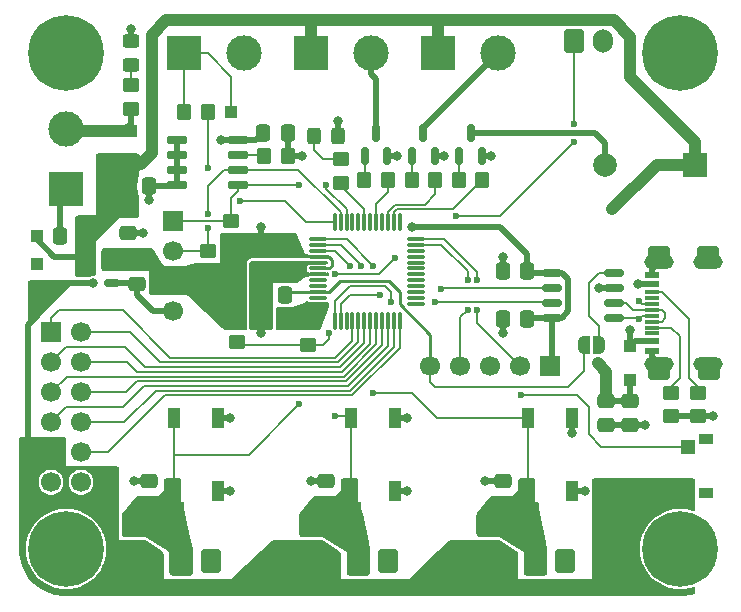
<source format=gbr>
%TF.GenerationSoftware,KiCad,Pcbnew,9.0.2*%
%TF.CreationDate,2025-06-25T14:56:52+02:00*%
%TF.ProjectId,Filament dryer oven control board,46696c61-6d65-46e7-9420-647279657220,1.0*%
%TF.SameCoordinates,Original*%
%TF.FileFunction,Copper,L1,Top*%
%TF.FilePolarity,Positive*%
%FSLAX46Y46*%
G04 Gerber Fmt 4.6, Leading zero omitted, Abs format (unit mm)*
G04 Created by KiCad (PCBNEW 9.0.2) date 2025-06-25 14:56:52*
%MOMM*%
%LPD*%
G01*
G04 APERTURE LIST*
G04 Aperture macros list*
%AMRoundRect*
0 Rectangle with rounded corners*
0 $1 Rounding radius*
0 $2 $3 $4 $5 $6 $7 $8 $9 X,Y pos of 4 corners*
0 Add a 4 corners polygon primitive as box body*
4,1,4,$2,$3,$4,$5,$6,$7,$8,$9,$2,$3,0*
0 Add four circle primitives for the rounded corners*
1,1,$1+$1,$2,$3*
1,1,$1+$1,$4,$5*
1,1,$1+$1,$6,$7*
1,1,$1+$1,$8,$9*
0 Add four rect primitives between the rounded corners*
20,1,$1+$1,$2,$3,$4,$5,0*
20,1,$1+$1,$4,$5,$6,$7,0*
20,1,$1+$1,$6,$7,$8,$9,0*
20,1,$1+$1,$8,$9,$2,$3,0*%
%AMFreePoly0*
4,1,23,0.500000,-0.750000,0.000000,-0.750000,0.000000,-0.745722,-0.065263,-0.745722,-0.191342,-0.711940,-0.304381,-0.646677,-0.396677,-0.554381,-0.461940,-0.441342,-0.495722,-0.315263,-0.495722,-0.250000,-0.500000,-0.250000,-0.500000,0.250000,-0.495722,0.250000,-0.495722,0.315263,-0.461940,0.441342,-0.396677,0.554381,-0.304381,0.646677,-0.191342,0.711940,-0.065263,0.745722,0.000000,0.745722,
0.000000,0.750000,0.500000,0.750000,0.500000,-0.750000,0.500000,-0.750000,$1*%
%AMFreePoly1*
4,1,23,0.000000,0.745722,0.065263,0.745722,0.191342,0.711940,0.304381,0.646677,0.396677,0.554381,0.461940,0.441342,0.495722,0.315263,0.495722,0.250000,0.500000,0.250000,0.500000,-0.250000,0.495722,-0.250000,0.495722,-0.315263,0.461940,-0.441342,0.396677,-0.554381,0.304381,-0.646677,0.191342,-0.711940,0.065263,-0.745722,0.000000,-0.745722,0.000000,-0.750000,-0.500000,-0.750000,
-0.500000,0.750000,0.000000,0.750000,0.000000,0.745722,0.000000,0.745722,$1*%
G04 Aperture macros list end*
%TA.AperFunction,SMDPad,CuDef*%
%ADD10R,1.150000X0.600000*%
%TD*%
%TA.AperFunction,SMDPad,CuDef*%
%ADD11R,1.150000X0.300000*%
%TD*%
%TA.AperFunction,SMDPad,CuDef*%
%ADD12RoundRect,0.250000X0.687500X0.250000X-0.687500X0.250000X-0.687500X-0.250000X0.687500X-0.250000X0*%
%TD*%
%TA.AperFunction,ComponentPad*%
%ADD13O,2.500000X1.250000*%
%TD*%
%TA.AperFunction,ComponentPad*%
%ADD14C,0.800000*%
%TD*%
%TA.AperFunction,ComponentPad*%
%ADD15C,6.400000*%
%TD*%
%TA.AperFunction,SMDPad,CuDef*%
%ADD16RoundRect,0.250000X0.337500X0.475000X-0.337500X0.475000X-0.337500X-0.475000X0.337500X-0.475000X0*%
%TD*%
%TA.AperFunction,SMDPad,CuDef*%
%ADD17RoundRect,0.250000X-0.450000X0.350000X-0.450000X-0.350000X0.450000X-0.350000X0.450000X0.350000X0*%
%TD*%
%TA.AperFunction,ComponentPad*%
%ADD18R,1.000000X1.000000*%
%TD*%
%TA.AperFunction,ComponentPad*%
%ADD19R,1.700000X1.700000*%
%TD*%
%TA.AperFunction,ComponentPad*%
%ADD20C,1.700000*%
%TD*%
%TA.AperFunction,SMDPad,CuDef*%
%ADD21R,1.300000X1.200000*%
%TD*%
%TA.AperFunction,SMDPad,CuDef*%
%ADD22R,1.200000X0.900000*%
%TD*%
%TA.AperFunction,SMDPad,CuDef*%
%ADD23RoundRect,0.150000X0.150000X-0.587500X0.150000X0.587500X-0.150000X0.587500X-0.150000X-0.587500X0*%
%TD*%
%TA.AperFunction,SMDPad,CuDef*%
%ADD24RoundRect,0.250000X0.300000X-0.300000X0.300000X0.300000X-0.300000X0.300000X-0.300000X-0.300000X0*%
%TD*%
%TA.AperFunction,SMDPad,CuDef*%
%ADD25RoundRect,0.250000X0.450000X-0.350000X0.450000X0.350000X-0.450000X0.350000X-0.450000X-0.350000X0*%
%TD*%
%TA.AperFunction,SMDPad,CuDef*%
%ADD26RoundRect,0.150000X0.512500X0.150000X-0.512500X0.150000X-0.512500X-0.150000X0.512500X-0.150000X0*%
%TD*%
%TA.AperFunction,ComponentPad*%
%ADD27R,3.000000X3.000000*%
%TD*%
%TA.AperFunction,ComponentPad*%
%ADD28C,3.000000*%
%TD*%
%TA.AperFunction,SMDPad,CuDef*%
%ADD29RoundRect,0.250000X0.325000X0.450000X-0.325000X0.450000X-0.325000X-0.450000X0.325000X-0.450000X0*%
%TD*%
%TA.AperFunction,ComponentPad*%
%ADD30R,2.000000X2.000000*%
%TD*%
%TA.AperFunction,ComponentPad*%
%ADD31C,2.000000*%
%TD*%
%TA.AperFunction,SMDPad,CuDef*%
%ADD32RoundRect,0.250000X-0.475000X0.337500X-0.475000X-0.337500X0.475000X-0.337500X0.475000X0.337500X0*%
%TD*%
%TA.AperFunction,SMDPad,CuDef*%
%ADD33RoundRect,0.250000X0.350000X0.450000X-0.350000X0.450000X-0.350000X-0.450000X0.350000X-0.450000X0*%
%TD*%
%TA.AperFunction,SMDPad,CuDef*%
%ADD34R,1.100000X1.800000*%
%TD*%
%TA.AperFunction,SMDPad,CuDef*%
%ADD35RoundRect,0.250000X-0.337500X-0.475000X0.337500X-0.475000X0.337500X0.475000X-0.337500X0.475000X0*%
%TD*%
%TA.AperFunction,ComponentPad*%
%ADD36RoundRect,0.250000X0.600000X0.750000X-0.600000X0.750000X-0.600000X-0.750000X0.600000X-0.750000X0*%
%TD*%
%TA.AperFunction,ComponentPad*%
%ADD37O,1.700000X2.000000*%
%TD*%
%TA.AperFunction,SMDPad,CuDef*%
%ADD38RoundRect,0.250000X-0.450000X0.325000X-0.450000X-0.325000X0.450000X-0.325000X0.450000X0.325000X0*%
%TD*%
%TA.AperFunction,ComponentPad*%
%ADD39RoundRect,0.250000X-0.600000X-0.750000X0.600000X-0.750000X0.600000X0.750000X-0.600000X0.750000X0*%
%TD*%
%TA.AperFunction,SMDPad,CuDef*%
%ADD40RoundRect,0.250000X-0.350000X-0.450000X0.350000X-0.450000X0.350000X0.450000X-0.350000X0.450000X0*%
%TD*%
%TA.AperFunction,SMDPad,CuDef*%
%ADD41RoundRect,0.250000X0.475000X-0.337500X0.475000X0.337500X-0.475000X0.337500X-0.475000X-0.337500X0*%
%TD*%
%TA.AperFunction,SMDPad,CuDef*%
%ADD42RoundRect,0.150000X0.675000X0.150000X-0.675000X0.150000X-0.675000X-0.150000X0.675000X-0.150000X0*%
%TD*%
%TA.AperFunction,SMDPad,CuDef*%
%ADD43RoundRect,0.150000X-0.725000X-0.150000X0.725000X-0.150000X0.725000X0.150000X-0.725000X0.150000X0*%
%TD*%
%TA.AperFunction,SMDPad,CuDef*%
%ADD44RoundRect,0.075000X-0.662500X-0.075000X0.662500X-0.075000X0.662500X0.075000X-0.662500X0.075000X0*%
%TD*%
%TA.AperFunction,SMDPad,CuDef*%
%ADD45RoundRect,0.075000X-0.075000X-0.662500X0.075000X-0.662500X0.075000X0.662500X-0.075000X0.662500X0*%
%TD*%
%TA.AperFunction,SMDPad,CuDef*%
%ADD46FreePoly0,0.000000*%
%TD*%
%TA.AperFunction,SMDPad,CuDef*%
%ADD47FreePoly1,0.000000*%
%TD*%
%TA.AperFunction,ViaPad*%
%ADD48C,0.800000*%
%TD*%
%TA.AperFunction,ViaPad*%
%ADD49C,0.600000*%
%TD*%
%TA.AperFunction,Conductor*%
%ADD50C,0.500000*%
%TD*%
%TA.AperFunction,Conductor*%
%ADD51C,1.000000*%
%TD*%
%TA.AperFunction,Conductor*%
%ADD52C,0.250000*%
%TD*%
%TA.AperFunction,Conductor*%
%ADD53C,0.200000*%
%TD*%
G04 APERTURE END LIST*
D10*
%TO.P,J1,1,GND_1*%
%TO.N,GND*%
X153632500Y-79200000D03*
%TO.P,J1,2,VBUS*%
%TO.N,/VBUS*%
X153632500Y-78400000D03*
D11*
%TO.P,J1,3,SBU2*%
%TO.N,unconnected-(J1-SBU2-Pad3)*%
X153632500Y-77750000D03*
%TO.P,J1,4,CC1*%
%TO.N,/CC1*%
X153632500Y-77250000D03*
%TO.P,J1,5,DN2*%
%TO.N,/D-*%
X153632500Y-76750000D03*
%TO.P,J1,6,DP1*%
%TO.N,/D+*%
X153632500Y-76250000D03*
%TO.P,J1,7,DN1*%
%TO.N,/D-*%
X153632500Y-75750000D03*
%TO.P,J1,8,DP2*%
%TO.N,/D+*%
X153632500Y-75250000D03*
%TO.P,J1,9,SBU1*%
%TO.N,unconnected-(J1-SBU1-Pad9)*%
X153632500Y-74750000D03*
%TO.P,J1,10,CC2*%
%TO.N,/CC2*%
X153632500Y-74250000D03*
D10*
%TO.P,J1,11,VBUS*%
%TO.N,/VBUS*%
X153632500Y-73600000D03*
%TO.P,J1,12,GND_2*%
%TO.N,GND*%
X153632500Y-72800000D03*
D12*
%TO.P,J1,13,SHIELD*%
X154187500Y-81150000D03*
X158437500Y-81150000D03*
D13*
X154207500Y-80320000D03*
X158387500Y-80320000D03*
X154207500Y-71680000D03*
X158387500Y-71680000D03*
D12*
X154237500Y-70850000D03*
X158387500Y-70850000D03*
%TD*%
D14*
%TO.P,H2,1*%
%TO.N,N/C*%
X153600000Y-54000000D03*
X154302944Y-52302944D03*
X154302944Y-55697056D03*
X156000000Y-51600000D03*
D15*
X156000000Y-54000000D03*
D14*
X156000000Y-56400000D03*
X157697056Y-52302944D03*
X157697056Y-55697056D03*
X158400000Y-54000000D03*
%TD*%
D16*
%TO.P,C8,1*%
%TO.N,+5V*%
X105537500Y-69500000D03*
%TO.P,C8,2*%
%TO.N,GND*%
X103462500Y-69500000D03*
%TD*%
D17*
%TO.P,R14,1*%
%TO.N,+3V3*%
X118500000Y-76500000D03*
%TO.P,R14,2*%
%TO.N,Net-(J11-Pin_1)*%
X118500000Y-78500000D03*
%TD*%
D18*
%TO.P,TP1,1,1*%
%TO.N,/HEATER_CONN*%
X118000000Y-59000000D03*
%TD*%
D17*
%TO.P,R13,1*%
%TO.N,/NTC*%
X124500000Y-76750000D03*
%TO.P,R13,2*%
%TO.N,Net-(J11-Pin_1)*%
X124500000Y-78750000D03*
%TD*%
D19*
%TO.P,J2,1,Pin_1*%
%TO.N,+3V3*%
X145000000Y-80500000D03*
D20*
%TO.P,J2,2,Pin_2*%
%TO.N,/SWCLK{slash}BOOT0*%
X142460000Y-80500000D03*
%TO.P,J2,3,Pin_3*%
%TO.N,GND*%
X139920000Y-80500000D03*
%TO.P,J2,4,Pin_4*%
%TO.N,/SWDIO*%
X137380000Y-80500000D03*
%TO.P,J2,5,Pin_5*%
%TO.N,/NRST*%
X134840000Y-80500000D03*
%TD*%
D14*
%TO.P,H3,1*%
%TO.N,N/C*%
X153600000Y-96000000D03*
X154302944Y-94302944D03*
X154302944Y-97697056D03*
X156000000Y-93600000D03*
D15*
X156000000Y-96000000D03*
D14*
X156000000Y-98400000D03*
X157697056Y-94302944D03*
X157697056Y-97697056D03*
X158400000Y-96000000D03*
%TD*%
D21*
%TO.P,SW1,1,1*%
%TO.N,/SWCLK{slash}BOOT0*%
X156656500Y-87325000D03*
%TO.P,SW1,2,2*%
%TO.N,+3V3*%
X156656500Y-90675000D03*
D22*
%TO.P,SW1,3*%
%TO.N,N/C*%
X158206500Y-86700000D03*
%TO.P,SW1,4*%
X158206500Y-91300000D03*
%TD*%
D16*
%TO.P,C7,1*%
%TO.N,+3V3*%
X143037500Y-76500000D03*
%TO.P,C7,2*%
%TO.N,GND*%
X140962500Y-76500000D03*
%TD*%
D23*
%TO.P,Q3,1,G*%
%TO.N,/G3*%
X133300000Y-62687500D03*
%TO.P,Q3,2,S*%
%TO.N,GND*%
X135200000Y-62687500D03*
%TO.P,Q3,3,D*%
%TO.N,/LED_HEATER_DRAIN*%
X134250000Y-60812500D03*
%TD*%
D24*
%TO.P,D3,1,K*%
%TO.N,+5V*%
X109500000Y-63400000D03*
%TO.P,D3,2,A*%
%TO.N,/PW+*%
X109500000Y-60600000D03*
%TD*%
D25*
%TO.P,R11,1*%
%TO.N,+3V3*%
X124750000Y-96000000D03*
%TO.P,R11,2*%
%TO.N,/BUTTON2*%
X124750000Y-94000000D03*
%TD*%
%TO.P,R16,1*%
%TO.N,/PW+*%
X109500000Y-58750000D03*
%TO.P,R16,2*%
%TO.N,Net-(D4-A)*%
X109500000Y-56750000D03*
%TD*%
D26*
%TO.P,U3,1,GND*%
%TO.N,GND*%
X107887500Y-73450000D03*
%TO.P,U3,2,VO*%
%TO.N,+3V3*%
X107887500Y-71550000D03*
%TO.P,U3,3,VI*%
%TO.N,+5V*%
X105612500Y-72500000D03*
%TD*%
D17*
%TO.P,R2,1*%
%TO.N,/CC2*%
X157500000Y-82750000D03*
%TO.P,R2,2*%
%TO.N,GND*%
X157500000Y-84750000D03*
%TD*%
D19*
%TO.P,J10,1,Pin_1*%
%TO.N,/AUX_SPI_SCK*%
X102725000Y-77650000D03*
D20*
%TO.P,J10,2,Pin_2*%
%TO.N,/AUX_SPI_MISO*%
X105265000Y-77650000D03*
%TO.P,J10,3,Pin_3*%
%TO.N,/AUX_SPI_MOSI*%
X102725000Y-80190000D03*
%TO.P,J10,4,Pin_4*%
%TO.N,/AUX_0*%
X105265000Y-80190000D03*
%TO.P,J10,5,Pin_5*%
%TO.N,/AUX_1*%
X102725000Y-82730000D03*
%TO.P,J10,6,Pin_6*%
%TO.N,/AUX_2*%
X105265000Y-82730000D03*
%TO.P,J10,7,Pin_7*%
%TO.N,/AUX_10*%
X102725000Y-85270000D03*
%TO.P,J10,8,Pin_8*%
%TO.N,/AUX_11*%
X105265000Y-85270000D03*
%TO.P,J10,9,Pin_9*%
%TO.N,+3V3*%
X102725000Y-87810000D03*
%TO.P,J10,10,Pin_10*%
%TO.N,/AUX_12*%
X105265000Y-87810000D03*
%TO.P,J10,11,Pin_11*%
%TO.N,GND*%
X102725000Y-90350000D03*
%TO.P,J10,12,Pin_12*%
X105265000Y-90350000D03*
%TD*%
D16*
%TO.P,C1,1*%
%TO.N,/NRST*%
X122537500Y-74500000D03*
%TO.P,C1,2*%
%TO.N,GND*%
X120462500Y-74500000D03*
%TD*%
D14*
%TO.P,H4,1*%
%TO.N,N/C*%
X101600000Y-96000000D03*
X102302944Y-94302944D03*
X102302944Y-97697056D03*
X104000000Y-93600000D03*
D15*
X104000000Y-96000000D03*
D14*
X104000000Y-98400000D03*
X105697056Y-94302944D03*
X105697056Y-97697056D03*
X106400000Y-96000000D03*
%TD*%
%TO.P,H1,1*%
%TO.N,N/C*%
X101600000Y-54000000D03*
X102302944Y-52302944D03*
X102302944Y-55697056D03*
X104000000Y-51600000D03*
D15*
X104000000Y-54000000D03*
D14*
X104000000Y-56400000D03*
X105697056Y-52302944D03*
X105697056Y-55697056D03*
X106400000Y-54000000D03*
%TD*%
D27*
%TO.P,J5,1,Pin_1*%
%TO.N,+5V*%
X124750000Y-54000000D03*
D28*
%TO.P,J5,2,Pin_2*%
%TO.N,/LED_LIGHT_DRAIN*%
X129830000Y-54000000D03*
%TD*%
D29*
%TO.P,D1,1,K*%
%TO.N,GND*%
X127025000Y-61000000D03*
%TO.P,D1,2,A*%
%TO.N,Net-(D1-A)*%
X124975000Y-61000000D03*
%TD*%
D19*
%TO.P,U5,1,SDA*%
%TO.N,/I2C_SDA*%
X113025000Y-68200000D03*
D20*
%TO.P,U5,2,SCL*%
%TO.N,/I2C_SCL*%
X113025000Y-70740000D03*
%TO.P,U5,3,VCC*%
%TO.N,+3V3*%
X113025000Y-73280000D03*
%TO.P,U5,4,GND*%
%TO.N,GND*%
X113025000Y-75820000D03*
%TD*%
D18*
%TO.P,TP3,1,1*%
%TO.N,+5V*%
X101500000Y-69500000D03*
%TD*%
D30*
%TO.P,BZ1,1,+*%
%TO.N,+5V*%
X157250000Y-63500000D03*
D31*
%TO.P,BZ1,2,-*%
%TO.N,/BUZZER_DRAIN*%
X149650000Y-63500000D03*
%TD*%
D32*
%TO.P,C5,1*%
%TO.N,+3V3*%
X120500000Y-70462500D03*
%TO.P,C5,2*%
%TO.N,GND*%
X120500000Y-72537500D03*
%TD*%
D23*
%TO.P,Q2,1,G*%
%TO.N,/G2*%
X129300000Y-62687500D03*
%TO.P,Q2,2,S*%
%TO.N,GND*%
X131200000Y-62687500D03*
%TO.P,Q2,3,D*%
%TO.N,/LED_LIGHT_DRAIN*%
X130250000Y-60812500D03*
%TD*%
D33*
%TO.P,R9,1*%
%TO.N,/LED_HEATER*%
X135250000Y-64750000D03*
%TO.P,R9,2*%
%TO.N,/G3*%
X133250000Y-64750000D03*
%TD*%
D17*
%TO.P,R3,1*%
%TO.N,/CC1*%
X155250000Y-82750000D03*
%TO.P,R3,2*%
%TO.N,GND*%
X155250000Y-84750000D03*
%TD*%
D32*
%TO.P,C2,1*%
%TO.N,+5V*%
X151750000Y-83462500D03*
%TO.P,C2,2*%
%TO.N,GND*%
X151750000Y-85537500D03*
%TD*%
D25*
%TO.P,R5,1*%
%TO.N,+3V3*%
X118000000Y-70250000D03*
%TO.P,R5,2*%
%TO.N,/I2C_SDA*%
X118000000Y-68250000D03*
%TD*%
D34*
%TO.P,SW2,1,1*%
%TO.N,/BUTTON1*%
X113150000Y-91100000D03*
X113150000Y-84900000D03*
%TO.P,SW2,2,2*%
%TO.N,GND*%
X116850000Y-91100000D03*
X116850000Y-84900000D03*
%TD*%
D35*
%TO.P,C15,1*%
%TO.N,+3V3*%
X120712500Y-60750000D03*
%TO.P,C15,2*%
%TO.N,GND*%
X122787500Y-60750000D03*
%TD*%
D36*
%TO.P,J8,1,Pin_1*%
%TO.N,GND*%
X131250000Y-97025000D03*
D37*
%TO.P,J8,2,Pin_2*%
%TO.N,/BUTTON2*%
X128750000Y-97025000D03*
%TD*%
D36*
%TO.P,J7,1,Pin_1*%
%TO.N,GND*%
X116250000Y-97025000D03*
D37*
%TO.P,J7,2,Pin_2*%
%TO.N,/BUTTON1*%
X113750000Y-97025000D03*
%TD*%
D38*
%TO.P,D4,1,K*%
%TO.N,GND*%
X109500000Y-52975000D03*
%TO.P,D4,2,A*%
%TO.N,Net-(D4-A)*%
X109500000Y-55025000D03*
%TD*%
D34*
%TO.P,SW4,1,1*%
%TO.N,/BUTTON3*%
X143150000Y-91100000D03*
X143150000Y-84900000D03*
%TO.P,SW4,2,2*%
%TO.N,GND*%
X146850000Y-91100000D03*
X146850000Y-84900000D03*
%TD*%
D32*
%TO.P,C3,1*%
%TO.N,+3V3*%
X122500000Y-70462500D03*
%TO.P,C3,2*%
%TO.N,GND*%
X122500000Y-72537500D03*
%TD*%
D39*
%TO.P,J11,1,Pin_1*%
%TO.N,Net-(J11-Pin_1)*%
X147000000Y-52975000D03*
D37*
%TO.P,J11,2,Pin_2*%
%TO.N,GND*%
X149500000Y-52975000D03*
%TD*%
D40*
%TO.P,R15,1*%
%TO.N,/WP*%
X120750000Y-62750000D03*
%TO.P,R15,2*%
%TO.N,GND*%
X122750000Y-62750000D03*
%TD*%
D25*
%TO.P,R6,1*%
%TO.N,+3V3*%
X116000000Y-72750000D03*
%TO.P,R6,2*%
%TO.N,/I2C_SCL*%
X116000000Y-70750000D03*
%TD*%
D27*
%TO.P,J4,1,Pin_1*%
%TO.N,GND*%
X104000000Y-65540000D03*
D28*
%TO.P,J4,2,Pin_2*%
%TO.N,/PW+*%
X104000000Y-60460000D03*
%TD*%
D18*
%TO.P,TP4,1,1*%
%TO.N,+3V3*%
X101500000Y-74250000D03*
%TD*%
D32*
%TO.P,C11,1*%
%TO.N,+5V*%
X109250000Y-67212500D03*
%TO.P,C11,2*%
%TO.N,GND*%
X109250000Y-69287500D03*
%TD*%
D41*
%TO.P,C14,1*%
%TO.N,/BUTTON3*%
X141000000Y-92287500D03*
%TO.P,C14,2*%
%TO.N,GND*%
X141000000Y-90212500D03*
%TD*%
D25*
%TO.P,R12,1*%
%TO.N,+3V3*%
X139750000Y-96000000D03*
%TO.P,R12,2*%
%TO.N,/BUTTON3*%
X139750000Y-94000000D03*
%TD*%
D16*
%TO.P,C16,1*%
%TO.N,/NTC*%
X122537500Y-76500000D03*
%TO.P,C16,2*%
%TO.N,GND*%
X120462500Y-76500000D03*
%TD*%
D34*
%TO.P,SW3,1,1*%
%TO.N,/BUTTON2*%
X128150000Y-91100000D03*
X128150000Y-84900000D03*
%TO.P,SW3,2,2*%
%TO.N,GND*%
X131850000Y-91100000D03*
X131850000Y-84900000D03*
%TD*%
D32*
%TO.P,C10,1*%
%TO.N,+3V3*%
X110000000Y-71462500D03*
%TO.P,C10,2*%
%TO.N,GND*%
X110000000Y-73537500D03*
%TD*%
D27*
%TO.P,J6,1,Pin_1*%
%TO.N,+5V*%
X135500000Y-54000000D03*
D28*
%TO.P,J6,2,Pin_2*%
%TO.N,/LED_HEATER_DRAIN*%
X140580000Y-54000000D03*
%TD*%
D24*
%TO.P,D2,1,K*%
%TO.N,+5V*%
X151750000Y-81650000D03*
%TO.P,D2,2,A*%
%TO.N,/VBUS*%
X151750000Y-78850000D03*
%TD*%
D33*
%TO.P,R4,1*%
%TO.N,/HEATER*%
X116000000Y-59000000D03*
%TO.P,R4,2*%
%TO.N,/HEATER_CONN*%
X114000000Y-59000000D03*
%TD*%
D42*
%TO.P,U2,1,UD+*%
%TO.N,/D+*%
X150375000Y-76405000D03*
%TO.P,U2,2,UD-*%
%TO.N,/D-*%
X150375000Y-75135000D03*
%TO.P,U2,3,GND*%
%TO.N,GND*%
X150375000Y-73865000D03*
%TO.P,U2,4,RTS#*%
%TO.N,/RST#*%
X150375000Y-72595000D03*
%TO.P,U2,5,VCC*%
%TO.N,+3V3*%
X145125000Y-72595000D03*
%TO.P,U2,6,TXD*%
%TO.N,/UART_RX*%
X145125000Y-73865000D03*
%TO.P,U2,7,RXD*%
%TO.N,/UART_TX*%
X145125000Y-75135000D03*
%TO.P,U2,8,V3*%
%TO.N,+3V3*%
X145125000Y-76405000D03*
%TD*%
D35*
%TO.P,C9,1*%
%TO.N,+5V*%
X108962500Y-65250000D03*
%TO.P,C9,2*%
%TO.N,GND*%
X111037500Y-65250000D03*
%TD*%
D43*
%TO.P,U4,1,A0*%
%TO.N,GND*%
X113425000Y-61345000D03*
%TO.P,U4,2,A1*%
X113425000Y-62615000D03*
%TO.P,U4,3,A2*%
X113425000Y-63885000D03*
%TO.P,U4,4,GND*%
X113425000Y-65155000D03*
%TO.P,U4,5,SDA*%
%TO.N,/I2C_SDA*%
X118575000Y-65155000D03*
%TO.P,U4,6,SCL*%
%TO.N,/I2C_SCL*%
X118575000Y-63885000D03*
%TO.P,U4,7,WP*%
%TO.N,/WP*%
X118575000Y-62615000D03*
%TO.P,U4,8,VCC*%
%TO.N,+3V3*%
X118575000Y-61345000D03*
%TD*%
D18*
%TO.P,TP2,1,1*%
%TO.N,GND*%
X101500000Y-71900000D03*
%TD*%
D41*
%TO.P,C12,1*%
%TO.N,/BUTTON1*%
X111000000Y-92287500D03*
%TO.P,C12,2*%
%TO.N,GND*%
X111000000Y-90212500D03*
%TD*%
D44*
%TO.P,U1,1,PC13*%
%TO.N,/BUTTON3*%
X125337500Y-69750000D03*
%TO.P,U1,2,PC14*%
%TO.N,/BUTTON2*%
X125337500Y-70250000D03*
%TO.P,U1,3,PC15*%
%TO.N,/BUTTON1*%
X125337500Y-70750000D03*
%TO.P,U1,4,VBAT*%
%TO.N,+3V3*%
X125337500Y-71250000D03*
%TO.P,U1,5,VREF+*%
%TO.N,GND*%
X125337500Y-71750000D03*
%TO.P,U1,6,VDD*%
%TO.N,+3V3*%
X125337500Y-72250000D03*
%TO.P,U1,7,VSS*%
%TO.N,GND*%
X125337500Y-72750000D03*
%TO.P,U1,8,PF0*%
%TO.N,unconnected-(U1-PF0-Pad8)*%
X125337500Y-73250000D03*
%TO.P,U1,9,PF1*%
%TO.N,unconnected-(U1-PF1-Pad9)*%
X125337500Y-73750000D03*
%TO.P,U1,10,NRST*%
%TO.N,/NRST*%
X125337500Y-74250000D03*
%TO.P,U1,11,PA0*%
%TO.N,unconnected-(U1-PA0-Pad11)*%
X125337500Y-74750000D03*
%TO.P,U1,12,ADC1_IN1*%
%TO.N,/NTC*%
X125337500Y-75250000D03*
D45*
%TO.P,U1,13,USART2_TX*%
%TO.N,/UART_TX*%
X126750000Y-76662500D03*
%TO.P,U1,14,USART2_RX*%
%TO.N,/UART_RX*%
X127250000Y-76662500D03*
%TO.P,U1,15,TIM14_CH1*%
%TO.N,unconnected-(U1-PA4-Pad15)*%
X127750000Y-76662500D03*
%TO.P,U1,16,SPI1_SCK*%
%TO.N,/AUX_SPI_SCK*%
X128250000Y-76662500D03*
%TO.P,U1,17,SPI1_MISO*%
%TO.N,/AUX_SPI_MISO*%
X128750000Y-76662500D03*
%TO.P,U1,18,SPI1_MOSI*%
%TO.N,/AUX_SPI_MOSI*%
X129250000Y-76662500D03*
%TO.P,U1,19,PB0*%
%TO.N,/AUX_0*%
X129750000Y-76662500D03*
%TO.P,U1,20,PB1*%
%TO.N,/AUX_1*%
X130250000Y-76662500D03*
%TO.P,U1,21,PB2*%
%TO.N,/AUX_2*%
X130750000Y-76662500D03*
%TO.P,U1,22,PB10*%
%TO.N,/AUX_10*%
X131250000Y-76662500D03*
%TO.P,U1,23,PB11*%
%TO.N,/AUX_11*%
X131750000Y-76662500D03*
%TO.P,U1,24,PB12*%
%TO.N,/AUX_12*%
X132250000Y-76662500D03*
D44*
%TO.P,U1,25,PB13*%
%TO.N,unconnected-(U1-PB13-Pad25)*%
X133662500Y-75250000D03*
%TO.P,U1,26,PB14*%
%TO.N,unconnected-(U1-PB14-Pad26)*%
X133662500Y-74750000D03*
%TO.P,U1,27,PB15*%
%TO.N,unconnected-(U1-PB15-Pad27)*%
X133662500Y-74250000D03*
%TO.P,U1,28,PA8*%
%TO.N,unconnected-(U1-PA8-Pad28)*%
X133662500Y-73750000D03*
%TO.P,U1,29,PA9*%
%TO.N,unconnected-(U1-PA9-Pad29)*%
X133662500Y-73250000D03*
%TO.P,U1,30,PC6*%
%TO.N,unconnected-(U1-PC6-Pad30)*%
X133662500Y-72750000D03*
%TO.P,U1,31,PC7*%
%TO.N,unconnected-(U1-PC7-Pad31)*%
X133662500Y-72250000D03*
%TO.P,U1,32,PA10*%
%TO.N,unconnected-(U1-PA10-Pad32)*%
X133662500Y-71750000D03*
%TO.P,U1,33,PA9/PA11*%
%TO.N,unconnected-(U1-PA9{slash}PA11-Pad33)*%
X133662500Y-71250000D03*
%TO.P,U1,34,PA10/PA12*%
%TO.N,unconnected-(U1-PA10{slash}PA12-Pad34)*%
X133662500Y-70750000D03*
%TO.P,U1,35,SYS_SWDIO*%
%TO.N,/SWDIO*%
X133662500Y-70250000D03*
%TO.P,U1,36,SYS_SWCLK*%
%TO.N,/SWCLK{slash}BOOT0*%
X133662500Y-69750000D03*
D45*
%TO.P,U1,37,PA15*%
%TO.N,unconnected-(U1-PA15-Pad37)*%
X132250000Y-68337500D03*
%TO.P,U1,38,TIM16_CH1*%
%TO.N,/BUZZER*%
X131750000Y-68337500D03*
%TO.P,U1,39,PD1*%
%TO.N,/LED_HEATER*%
X131250000Y-68337500D03*
%TO.P,U1,40,PD2*%
%TO.N,unconnected-(U1-PD2-Pad40)*%
X130750000Y-68337500D03*
%TO.P,U1,41,PD3*%
%TO.N,/LED_LIGHT*%
X130250000Y-68337500D03*
%TO.P,U1,42,PB3*%
%TO.N,unconnected-(U1-PB3-Pad42)*%
X129750000Y-68337500D03*
%TO.P,U1,43,PB4*%
%TO.N,/LED_ALIVE*%
X129250000Y-68337500D03*
%TO.P,U1,44,PB5*%
%TO.N,unconnected-(U1-PB5-Pad44)*%
X128750000Y-68337500D03*
%TO.P,U1,45,PB6*%
%TO.N,unconnected-(U1-PB6-Pad45)*%
X128250000Y-68337500D03*
%TO.P,U1,46,I2C1_SDA*%
%TO.N,/I2C_SDA*%
X127750000Y-68337500D03*
%TO.P,U1,47,I2C1_SCL*%
%TO.N,/I2C_SCL*%
X127250000Y-68337500D03*
%TO.P,U1,48,TIM17_CH1*%
%TO.N,/HEATER*%
X126750000Y-68337500D03*
%TD*%
D16*
%TO.P,C6,1*%
%TO.N,+3V3*%
X143037500Y-72500000D03*
%TO.P,C6,2*%
%TO.N,GND*%
X140962500Y-72500000D03*
%TD*%
D27*
%TO.P,J3,1,Pin_1*%
%TO.N,/HEATER_CONN*%
X114000000Y-54000000D03*
D28*
%TO.P,J3,2,Pin_2*%
%TO.N,GND*%
X119080000Y-54000000D03*
%TD*%
D46*
%TO.P,JP1,1,A*%
%TO.N,/NRST*%
X147850000Y-78750000D03*
D47*
%TO.P,JP1,2,B*%
%TO.N,/RST#*%
X149150000Y-78750000D03*
%TD*%
D33*
%TO.P,R7,1*%
%TO.N,/BUZZER*%
X139250000Y-64750000D03*
%TO.P,R7,2*%
%TO.N,/G1*%
X137250000Y-64750000D03*
%TD*%
%TO.P,R8,1*%
%TO.N,/LED_LIGHT*%
X131250000Y-64750000D03*
%TO.P,R8,2*%
%TO.N,/G2*%
X129250000Y-64750000D03*
%TD*%
D41*
%TO.P,C13,1*%
%TO.N,/BUTTON2*%
X126000000Y-92287500D03*
%TO.P,C13,2*%
%TO.N,GND*%
X126000000Y-90212500D03*
%TD*%
D23*
%TO.P,Q1,1,G*%
%TO.N,/G1*%
X137300000Y-62687500D03*
%TO.P,Q1,2,S*%
%TO.N,GND*%
X139200000Y-62687500D03*
%TO.P,Q1,3,D*%
%TO.N,/BUZZER_DRAIN*%
X138250000Y-60812500D03*
%TD*%
D36*
%TO.P,J9,1,Pin_1*%
%TO.N,GND*%
X146250000Y-97025000D03*
D37*
%TO.P,J9,2,Pin_2*%
%TO.N,/BUTTON3*%
X143750000Y-97025000D03*
%TD*%
D25*
%TO.P,R1,1*%
%TO.N,/LED_ALIVE*%
X127250000Y-65000000D03*
%TO.P,R1,2*%
%TO.N,Net-(D1-A)*%
X127250000Y-63000000D03*
%TD*%
%TO.P,R10,1*%
%TO.N,+3V3*%
X109750000Y-96000000D03*
%TO.P,R10,2*%
%TO.N,/BUTTON1*%
X109750000Y-94000000D03*
%TD*%
D32*
%TO.P,C4,1*%
%TO.N,+5V*%
X149750000Y-83462500D03*
%TO.P,C4,2*%
%TO.N,GND*%
X149750000Y-85537500D03*
%TD*%
D48*
%TO.N,+5V*%
X149000000Y-80250000D03*
X150250000Y-67250000D03*
%TO.N,GND*%
X141000000Y-77750000D03*
X132900000Y-84900000D03*
X117850000Y-91100000D03*
X140962500Y-71287500D03*
X136000000Y-62750000D03*
X146850000Y-86150000D03*
X110500000Y-69287500D03*
X124750000Y-90212500D03*
X147900000Y-91100000D03*
X140000000Y-62750000D03*
X111037500Y-66462500D03*
X153000000Y-85500000D03*
X127000000Y-59750000D03*
X158750000Y-84750000D03*
X132900000Y-91100000D03*
X117900000Y-84900000D03*
X120462500Y-77712500D03*
X149135000Y-73865000D03*
X132000000Y-62750000D03*
X124000000Y-62750000D03*
X139500000Y-90212500D03*
X109750000Y-90212500D03*
X109500000Y-52000000D03*
%TO.N,+3V3*%
X120500000Y-68750000D03*
X106250000Y-73500000D03*
X117100000Y-61345000D03*
X133250000Y-68750000D03*
D49*
%TO.N,/BUTTON1*%
X128000000Y-72000000D03*
X123750000Y-83750000D03*
%TO.N,/BUTTON2*%
X126750000Y-84750000D03*
X129000000Y-72000000D03*
%TO.N,/BUTTON3*%
X130000000Y-82750000D03*
X130000000Y-72000000D03*
D48*
%TO.N,/VBUS*%
X151750000Y-77500000D03*
X152400000Y-73600000D03*
D49*
%TO.N,/D+*%
X152500000Y-76500000D03*
X152500000Y-75000000D03*
%TO.N,/SWCLK{slash}BOOT0*%
X142500000Y-83000000D03*
X138800003Y-73250000D03*
X138800003Y-75750000D03*
%TO.N,/SWDIO*%
X138000000Y-73250000D03*
X138000000Y-75750000D03*
%TO.N,Net-(J11-Pin_1)*%
X147000000Y-61562500D03*
X126750000Y-72750000D03*
X131875000Y-71375000D03*
X147000000Y-60000000D03*
X126250000Y-77750000D03*
X137018329Y-67786657D03*
%TO.N,/HEATER*%
X118750000Y-66500000D03*
X116000000Y-63750000D03*
%TO.N,/I2C_SDA*%
X126050000Y-65157338D03*
X123750000Y-65155000D03*
%TO.N,/I2C_SCL*%
X116000000Y-68800000D03*
X116000000Y-67600000D03*
%TO.N,/UART_RX*%
X135750000Y-74000000D03*
X130600000Y-74500000D03*
%TO.N,/UART_TX*%
X131500000Y-75100000D03*
X135250000Y-75100000D03*
%TD*%
D50*
%TO.N,/BUZZER_DRAIN*%
X148812500Y-60812500D02*
X138250000Y-60812500D01*
X149650000Y-61650000D02*
X148812500Y-60812500D01*
X149650000Y-63500000D02*
X149650000Y-61650000D01*
D51*
%TO.N,+5V*%
X135500000Y-54000000D02*
X135500000Y-51250000D01*
X154000000Y-63500000D02*
X157250000Y-63500000D01*
X124750000Y-51250000D02*
X124750000Y-54000000D01*
X109500000Y-63400000D02*
X110350000Y-63400000D01*
X150375000Y-51250000D02*
X151750000Y-52625000D01*
D50*
X151750000Y-83462500D02*
X149750000Y-83462500D01*
X101500000Y-69750000D02*
X103000000Y-71250000D01*
D51*
X135500000Y-51250000D02*
X134750000Y-51250000D01*
X149750000Y-83462500D02*
X149750000Y-81000000D01*
X149750000Y-81000000D02*
X149000000Y-80250000D01*
D50*
X103000000Y-71250000D02*
X105250000Y-71250000D01*
D51*
X125500000Y-51250000D02*
X124750000Y-51250000D01*
X150250000Y-67250000D02*
X154000000Y-63500000D01*
X151750000Y-56000000D02*
X157250000Y-61500000D01*
X135500000Y-51250000D02*
X150375000Y-51250000D01*
D50*
X101500000Y-69500000D02*
X101500000Y-69750000D01*
X105250000Y-71250000D02*
X105612500Y-71612500D01*
D51*
X110350000Y-63400000D02*
X111250000Y-62500000D01*
X111250000Y-52500000D02*
X112500000Y-51250000D01*
X151750000Y-52625000D02*
X151750000Y-56000000D01*
X112500000Y-51250000D02*
X125500000Y-51250000D01*
X134750000Y-51250000D02*
X125500000Y-51250000D01*
D50*
X151750000Y-81650000D02*
X151750000Y-83462500D01*
D51*
X111250000Y-62500000D02*
X111250000Y-52500000D01*
D50*
X105612500Y-71612500D02*
X105612500Y-72500000D01*
D51*
X157250000Y-61500000D02*
X157250000Y-63500000D01*
D52*
%TO.N,/NRST*%
X122787500Y-74250000D02*
X122537500Y-74500000D01*
X127176000Y-73324000D02*
X131324000Y-73324000D01*
X132250000Y-75250000D02*
X134840000Y-77840000D01*
D53*
X135250000Y-82250000D02*
X146500000Y-82250000D01*
X134840000Y-81840000D02*
X135250000Y-82250000D01*
X147850000Y-80900000D02*
X147850000Y-78750000D01*
X134840000Y-80500000D02*
X134840000Y-81840000D01*
D52*
X132250000Y-74250000D02*
X132250000Y-75250000D01*
X126250000Y-74250000D02*
X127176000Y-73324000D01*
X125337500Y-74250000D02*
X126250000Y-74250000D01*
X134840000Y-77840000D02*
X134840000Y-80500000D01*
X131324000Y-73324000D02*
X132250000Y-74250000D01*
D53*
X146500000Y-82250000D02*
X147850000Y-80900000D01*
D52*
X125337500Y-74250000D02*
X122787500Y-74250000D01*
D50*
%TO.N,GND*%
X153632500Y-79200000D02*
X153632500Y-79745000D01*
X139500000Y-90212500D02*
X141000000Y-90212500D01*
X147900000Y-91100000D02*
X146850000Y-91100000D01*
X139937500Y-62687500D02*
X140000000Y-62750000D01*
X107887500Y-73450000D02*
X109912500Y-73450000D01*
X113330000Y-65250000D02*
X113425000Y-65155000D01*
X109500000Y-52975000D02*
X109500000Y-52000000D01*
X132900000Y-91100000D02*
X131850000Y-91100000D01*
X157500000Y-84750000D02*
X155250000Y-84750000D01*
X122750000Y-60787500D02*
X122787500Y-60750000D01*
X110000000Y-74500000D02*
X111320000Y-75820000D01*
X132900000Y-84900000D02*
X131850000Y-84900000D01*
X120462500Y-77712500D02*
X120462500Y-76500000D01*
X103462500Y-69500000D02*
X103462500Y-66077500D01*
X109750000Y-90212500D02*
X111000000Y-90212500D01*
X153632500Y-72255000D02*
X154207500Y-71680000D01*
X135937500Y-62687500D02*
X136000000Y-62750000D01*
X140962500Y-76500000D02*
X140962500Y-77712500D01*
X139200000Y-62687500D02*
X139937500Y-62687500D01*
X122750000Y-62750000D02*
X124000000Y-62750000D01*
X113425000Y-61345000D02*
X113425000Y-62615000D01*
X153632500Y-79745000D02*
X154207500Y-80320000D01*
X151750000Y-85537500D02*
X152962500Y-85537500D01*
X109912500Y-73450000D02*
X110000000Y-73537500D01*
X111037500Y-65250000D02*
X113330000Y-65250000D01*
X153632500Y-72800000D02*
X153632500Y-72255000D01*
X146850000Y-86150000D02*
X146850000Y-84900000D01*
X110500000Y-69287500D02*
X109250000Y-69287500D01*
X131937500Y-62687500D02*
X132000000Y-62750000D01*
X157500000Y-84750000D02*
X158750000Y-84750000D01*
X117900000Y-84900000D02*
X116850000Y-84900000D01*
X127025000Y-61000000D02*
X127025000Y-59775000D01*
X117850000Y-91100000D02*
X116850000Y-91100000D01*
X111320000Y-75820000D02*
X113025000Y-75820000D01*
X152962500Y-85537500D02*
X153000000Y-85500000D01*
X103462500Y-69500000D02*
X103462500Y-69787500D01*
X140962500Y-77712500D02*
X141000000Y-77750000D01*
X124750000Y-90212500D02*
X126000000Y-90212500D01*
X140962500Y-71287500D02*
X140962500Y-72500000D01*
X111037500Y-66462500D02*
X111037500Y-65250000D01*
X103462500Y-66077500D02*
X104000000Y-65540000D01*
X135200000Y-62687500D02*
X135937500Y-62687500D01*
X113425000Y-62615000D02*
X113425000Y-63885000D01*
X110000000Y-73537500D02*
X110000000Y-74500000D01*
X149750000Y-85537500D02*
X151750000Y-85537500D01*
X127025000Y-59775000D02*
X127000000Y-59750000D01*
X131200000Y-62687500D02*
X131937500Y-62687500D01*
X122750000Y-62750000D02*
X122750000Y-60787500D01*
X149135000Y-73865000D02*
X150375000Y-73865000D01*
X113425000Y-63885000D02*
X113425000Y-65155000D01*
%TO.N,+3V3*%
X100750000Y-87250000D02*
X100750000Y-77023000D01*
X145000000Y-80170000D02*
X145000000Y-80500000D01*
X145125000Y-72595000D02*
X145949999Y-72595000D01*
X120500000Y-70462500D02*
X120500000Y-68750000D01*
X101310000Y-87810000D02*
X100750000Y-87250000D01*
D52*
X126250000Y-72250000D02*
X125337500Y-72250000D01*
D50*
X145125000Y-80045000D02*
X145000000Y-80170000D01*
X120117500Y-61345000D02*
X120712500Y-60750000D01*
X145949999Y-72595000D02*
X146500000Y-73145001D01*
X102725000Y-87810000D02*
X101310000Y-87810000D01*
X100750000Y-77023000D02*
X104273000Y-73500000D01*
X143037500Y-71037500D02*
X143037500Y-72500000D01*
D52*
X126500000Y-71500000D02*
X126500000Y-72000000D01*
D50*
X145125000Y-76405000D02*
X145125000Y-80045000D01*
X146500000Y-75854999D02*
X145949999Y-76405000D01*
X133250000Y-68750000D02*
X140750000Y-68750000D01*
X146500000Y-73145001D02*
X146500000Y-75854999D01*
X145125000Y-76405000D02*
X143132500Y-76405000D01*
X145949999Y-76405000D02*
X145125000Y-76405000D01*
X143132500Y-76405000D02*
X143037500Y-76500000D01*
X104273000Y-73500000D02*
X106250000Y-73500000D01*
X118575000Y-61345000D02*
X120117500Y-61345000D01*
X145125000Y-72595000D02*
X143132500Y-72595000D01*
X117100000Y-61345000D02*
X118575000Y-61345000D01*
D52*
X125337500Y-71250000D02*
X126250000Y-71250000D01*
X126500000Y-72000000D02*
X126250000Y-72250000D01*
D50*
X140750000Y-68750000D02*
X143037500Y-71037500D01*
D52*
X126250000Y-71250000D02*
X126500000Y-71500000D01*
D50*
X143132500Y-72595000D02*
X143037500Y-72500000D01*
D53*
%TO.N,/BUTTON1*%
X119500000Y-88000000D02*
X113150000Y-88000000D01*
X123750000Y-83750000D02*
X119500000Y-88000000D01*
X113150000Y-84900000D02*
X113150000Y-88000000D01*
X113150000Y-88000000D02*
X113150000Y-91100000D01*
X126750000Y-70750000D02*
X125337500Y-70750000D01*
X128000000Y-72000000D02*
X126750000Y-70750000D01*
%TO.N,/BUTTON2*%
X127275000Y-70250000D02*
X125337500Y-70250000D01*
X129000000Y-72000000D02*
X129000000Y-71975000D01*
X126750000Y-84750000D02*
X128000000Y-84750000D01*
X128150000Y-91100000D02*
X128150000Y-84900000D01*
X128000000Y-84750000D02*
X128150000Y-84900000D01*
X129000000Y-71975000D02*
X127275000Y-70250000D01*
%TO.N,/BUTTON3*%
X143150000Y-84900000D02*
X143150000Y-91100000D01*
X130000000Y-72000000D02*
X127750000Y-69750000D01*
X130000000Y-82750000D02*
X133250000Y-82750000D01*
X135400000Y-84900000D02*
X143150000Y-84900000D01*
X133250000Y-82750000D02*
X135400000Y-84900000D01*
X127750000Y-69750000D02*
X125337500Y-69750000D01*
%TO.N,Net-(D1-A)*%
X125750000Y-63000000D02*
X124975000Y-62225000D01*
X124975000Y-62225000D02*
X124975000Y-61000000D01*
X127250000Y-63000000D02*
X125750000Y-63000000D01*
D50*
%TO.N,/VBUS*%
X152400000Y-73600000D02*
X153632500Y-73600000D01*
X151750000Y-77500000D02*
X151750000Y-78850000D01*
X152200000Y-78400000D02*
X153632500Y-78400000D01*
X151750000Y-78850000D02*
X152200000Y-78400000D01*
D53*
%TO.N,/D+*%
X150375000Y-76405000D02*
X152405000Y-76405000D01*
X152500000Y-75000000D02*
X152750000Y-75250000D01*
X152405000Y-76405000D02*
X152500000Y-76500000D01*
X152750000Y-75250000D02*
X153632500Y-75250000D01*
X152750000Y-76250000D02*
X152500000Y-76500000D01*
X153632500Y-76250000D02*
X152750000Y-76250000D01*
%TO.N,/CC2*%
X154459500Y-74250000D02*
X156750000Y-76540500D01*
X157500000Y-82250000D02*
X157500000Y-82750000D01*
X156750000Y-76540500D02*
X156750000Y-81500000D01*
X153632500Y-74250000D02*
X154459500Y-74250000D01*
X156750000Y-81500000D02*
X157500000Y-82250000D01*
%TO.N,/D-*%
X154750000Y-76040500D02*
X154459500Y-75750000D01*
X154459500Y-76750000D02*
X154750000Y-76459500D01*
X154459500Y-75750000D02*
X153632500Y-75750000D01*
X152000000Y-75750000D02*
X151385000Y-75135000D01*
X151385000Y-75135000D02*
X150375000Y-75135000D01*
X153632500Y-75750000D02*
X152000000Y-75750000D01*
X153632500Y-76750000D02*
X154459500Y-76750000D01*
X154750000Y-76459500D02*
X154750000Y-76040500D01*
%TO.N,/CC1*%
X156000000Y-78000000D02*
X156000000Y-81500000D01*
X153632500Y-77250000D02*
X155250000Y-77250000D01*
X156000000Y-81500000D02*
X155250000Y-82250000D01*
X155250000Y-82250000D02*
X155250000Y-82750000D01*
X155250000Y-77250000D02*
X156000000Y-78000000D01*
%TO.N,/SWCLK{slash}BOOT0*%
X138800003Y-72550003D02*
X138800003Y-73250000D01*
X149325000Y-87325000D02*
X156656500Y-87325000D01*
X133662500Y-69750000D02*
X136000000Y-69750000D01*
X138800003Y-76840003D02*
X142460000Y-80500000D01*
X136000000Y-69750000D02*
X138800003Y-72550003D01*
X138800003Y-75750000D02*
X138800003Y-76840003D01*
X147251000Y-83000000D02*
X148250000Y-83999000D01*
X148250000Y-86250000D02*
X149325000Y-87325000D01*
X148250000Y-83999000D02*
X148250000Y-86250000D01*
X142500000Y-83000000D02*
X147251000Y-83000000D01*
%TO.N,/SWDIO*%
X138000000Y-73250000D02*
X138000000Y-72500000D01*
X137380000Y-76370000D02*
X138000000Y-75750000D01*
X135750000Y-70250000D02*
X133662500Y-70250000D01*
X137380000Y-80500000D02*
X137380000Y-76370000D01*
X138000000Y-72500000D02*
X135750000Y-70250000D01*
%TO.N,/HEATER_CONN*%
X114000000Y-54000000D02*
X114000000Y-59000000D01*
X116000000Y-54000000D02*
X114000000Y-54000000D01*
X118000000Y-59000000D02*
X118000000Y-56000000D01*
X118000000Y-56000000D02*
X116000000Y-54000000D01*
D50*
%TO.N,/LED_LIGHT_DRAIN*%
X130250000Y-56200000D02*
X129830000Y-55780000D01*
X130250000Y-60812500D02*
X130250000Y-56200000D01*
X129830000Y-55780000D02*
X129830000Y-54000000D01*
%TO.N,/LED_HEATER_DRAIN*%
X134250000Y-60812500D02*
X134250000Y-60330000D01*
X134250000Y-60330000D02*
X140580000Y-54000000D01*
D53*
%TO.N,/AUX_2*%
X130750000Y-78751300D02*
X127701300Y-81800000D01*
X127701300Y-81800000D02*
X110000000Y-81800000D01*
X110000000Y-81800000D02*
X109070000Y-82730000D01*
X109070000Y-82730000D02*
X105265000Y-82730000D01*
X130750000Y-76662500D02*
X130750000Y-78751300D01*
%TO.N,/AUX_SPI_SCK*%
X102725000Y-77650000D02*
X102725000Y-76475000D01*
X112800000Y-79800000D02*
X126800000Y-79800000D01*
X126800000Y-79800000D02*
X128250000Y-78350000D01*
X102725000Y-76475000D02*
X103400000Y-75800000D01*
X108800000Y-75800000D02*
X112800000Y-79800000D01*
X128250000Y-78350000D02*
X128250000Y-76662500D01*
X103400000Y-75800000D02*
X108800000Y-75800000D01*
%TO.N,/AUX_SPI_MOSI*%
X109003019Y-78928019D02*
X110675000Y-80600000D01*
X102725000Y-80190000D02*
X103986981Y-78928019D01*
X127200000Y-80600000D02*
X129250000Y-78550000D01*
X110675000Y-80600000D02*
X127200000Y-80600000D01*
X103986981Y-78928019D02*
X109003019Y-78928019D01*
X129250000Y-78550000D02*
X129250000Y-76662500D01*
%TO.N,/AUX_11*%
X128035500Y-82600000D02*
X111600000Y-82600000D01*
X111600000Y-82600000D02*
X108930000Y-85270000D01*
X108930000Y-85270000D02*
X105265000Y-85270000D01*
X131750000Y-76662500D02*
X131750000Y-78885500D01*
X131750000Y-78885500D02*
X128035500Y-82600000D01*
%TO.N,/AUX_SPI_MISO*%
X127000000Y-80200000D02*
X128750000Y-78450000D01*
X111989285Y-80200000D02*
X127000000Y-80200000D01*
X105265000Y-77650000D02*
X109439285Y-77650000D01*
X109439285Y-77650000D02*
X111989285Y-80200000D01*
X128750000Y-78450000D02*
X128750000Y-76662500D01*
%TO.N,/AUX_0*%
X127367100Y-81000000D02*
X110000000Y-81000000D01*
X109190000Y-80190000D02*
X105265000Y-80190000D01*
X110000000Y-81000000D02*
X109190000Y-80190000D01*
X129750000Y-76662500D02*
X129750000Y-78617100D01*
X129750000Y-78617100D02*
X127367100Y-81000000D01*
%TO.N,/AUX_12*%
X107590000Y-87810000D02*
X105265000Y-87810000D01*
X132250000Y-78952600D02*
X128202600Y-83000000D01*
X128202600Y-83000000D02*
X112400000Y-83000000D01*
X132250000Y-76662500D02*
X132250000Y-78952600D01*
X112400000Y-83000000D02*
X107590000Y-87810000D01*
%TO.N,/AUX_10*%
X131250000Y-78818400D02*
X127868400Y-82200000D01*
X131250000Y-76662500D02*
X131250000Y-78818400D01*
X110600000Y-82200000D02*
X108800000Y-84000000D01*
X108800000Y-84000000D02*
X103995000Y-84000000D01*
X103995000Y-84000000D02*
X102725000Y-85270000D01*
X127868400Y-82200000D02*
X110600000Y-82200000D01*
%TO.N,/AUX_1*%
X127534200Y-81400000D02*
X104055000Y-81400000D01*
X130250000Y-78684200D02*
X127534200Y-81400000D01*
X104055000Y-81400000D02*
X102725000Y-82730000D01*
X130250000Y-76662500D02*
X130250000Y-78684200D01*
%TO.N,Net-(J11-Pin_1)*%
X124500000Y-78750000D02*
X125750000Y-78750000D01*
X118750000Y-78500000D02*
X119000000Y-78750000D01*
X147000000Y-60000000D02*
X147000000Y-52975000D01*
X147000000Y-61562500D02*
X140775843Y-67786657D01*
X126750000Y-72750000D02*
X130500000Y-72750000D01*
X126250000Y-78250000D02*
X126250000Y-77750000D01*
X119000000Y-78750000D02*
X124500000Y-78750000D01*
X118500000Y-78500000D02*
X118750000Y-78500000D01*
X140775843Y-67786657D02*
X137018329Y-67786657D01*
X125750000Y-78750000D02*
X126250000Y-78250000D01*
X130500000Y-72750000D02*
X131875000Y-71375000D01*
%TO.N,/RST#*%
X150375000Y-72595000D02*
X149155000Y-72595000D01*
X148250000Y-76250000D02*
X149150000Y-77150000D01*
X149150000Y-77150000D02*
X149150000Y-78750000D01*
X149155000Y-72595000D02*
X148250000Y-73500000D01*
X148250000Y-73500000D02*
X148250000Y-76250000D01*
%TO.N,/G1*%
X137250000Y-64750000D02*
X137250000Y-62737500D01*
X137250000Y-62737500D02*
X137300000Y-62687500D01*
%TO.N,/G2*%
X129300000Y-64450000D02*
X129300000Y-62687500D01*
X129250000Y-64750000D02*
X129250000Y-64500000D01*
X129250000Y-64500000D02*
X129300000Y-64450000D01*
%TO.N,/G3*%
X133250000Y-64000000D02*
X133300000Y-63950000D01*
X133300000Y-63950000D02*
X133300000Y-62687500D01*
X133250000Y-64750000D02*
X133250000Y-64000000D01*
%TO.N,/LED_ALIVE*%
X129250000Y-67250000D02*
X129250000Y-68337500D01*
X127250000Y-65250000D02*
X129250000Y-67250000D01*
X127250000Y-65000000D02*
X127250000Y-65250000D01*
%TO.N,/HEATER*%
X124337500Y-68337500D02*
X126750000Y-68337500D01*
X122500000Y-66500000D02*
X124337500Y-68337500D01*
X116000000Y-63750000D02*
X116000000Y-59000000D01*
X118750000Y-66500000D02*
X122500000Y-66500000D01*
%TO.N,/I2C_SDA*%
X127750000Y-67250000D02*
X127750000Y-68337500D01*
X118575000Y-65712500D02*
X118575000Y-65155000D01*
X113025000Y-68200000D02*
X117950000Y-68200000D01*
X118000000Y-66287500D02*
X118575000Y-65712500D01*
X118000000Y-68250000D02*
X118000000Y-66287500D01*
X123750000Y-65155000D02*
X118575000Y-65155000D01*
X126050000Y-65550000D02*
X127750000Y-67250000D01*
X126050000Y-65157338D02*
X126050000Y-65550000D01*
X117950000Y-68200000D02*
X118000000Y-68250000D01*
%TO.N,/I2C_SCL*%
X116000000Y-70750000D02*
X116000000Y-68800000D01*
X113025000Y-70740000D02*
X115990000Y-70740000D01*
X127250000Y-67500000D02*
X123635000Y-63885000D01*
X127250000Y-68337500D02*
X127250000Y-67500000D01*
X117365000Y-63885000D02*
X118575000Y-63885000D01*
X123635000Y-63885000D02*
X118575000Y-63885000D01*
X115990000Y-70740000D02*
X116000000Y-70750000D01*
X116000000Y-65250000D02*
X117365000Y-63885000D01*
X116000000Y-67600000D02*
X116000000Y-65250000D01*
%TO.N,/BUZZER*%
X136750000Y-67250000D02*
X139250000Y-64750000D01*
X132000000Y-67250000D02*
X136750000Y-67250000D01*
X131750000Y-67500000D02*
X132000000Y-67250000D01*
X131750000Y-68337500D02*
X131750000Y-67500000D01*
%TO.N,/LED_LIGHT*%
X130250000Y-66750000D02*
X130250000Y-68337500D01*
X131250000Y-65750000D02*
X130250000Y-66750000D01*
X131250000Y-64750000D02*
X131250000Y-65750000D01*
%TO.N,/LED_HEATER*%
X134351000Y-66849000D02*
X131833900Y-66849000D01*
X131833900Y-66849000D02*
X131250000Y-67432900D01*
X135250000Y-64750000D02*
X135250000Y-65950000D01*
X135250000Y-65950000D02*
X134351000Y-66849000D01*
X131250000Y-67432900D02*
X131250000Y-68337500D01*
%TO.N,/WP*%
X118575000Y-62615000D02*
X120615000Y-62615000D01*
X120615000Y-62615000D02*
X120750000Y-62750000D01*
%TO.N,/UART_RX*%
X130600000Y-74500000D02*
X128000000Y-74500000D01*
X127250000Y-75250000D02*
X127250000Y-76662500D01*
X135885000Y-73865000D02*
X145125000Y-73865000D01*
X135750000Y-74000000D02*
X135885000Y-73865000D01*
X128000000Y-74500000D02*
X127250000Y-75250000D01*
%TO.N,/UART_TX*%
X131500000Y-74250000D02*
X131000000Y-73750000D01*
X131500000Y-75100000D02*
X131500000Y-74250000D01*
X145090000Y-75100000D02*
X135250000Y-75100000D01*
X131000000Y-73750000D02*
X128000000Y-73750000D01*
X145125000Y-75135000D02*
X145090000Y-75100000D01*
X126750000Y-75000000D02*
X126750000Y-76662500D01*
X128000000Y-73750000D02*
X126750000Y-75000000D01*
D51*
%TO.N,/PW+*%
X109220000Y-60600000D02*
X109360000Y-60460000D01*
X104140000Y-60600000D02*
X109220000Y-60600000D01*
D50*
X109360000Y-60460000D02*
X109500000Y-60600000D01*
X109500000Y-58750000D02*
X109500000Y-60600000D01*
D51*
X104000000Y-60460000D02*
X104140000Y-60600000D01*
D53*
%TO.N,Net-(D4-A)*%
X109500000Y-56750000D02*
X109500000Y-55025000D01*
%TD*%
%TA.AperFunction,Conductor*%
%TO.N,GND*%
G36*
X124646877Y-71600499D02*
G01*
X124647862Y-71600499D01*
X124647867Y-71600500D01*
X125990297Y-71600499D01*
X126014481Y-71602880D01*
X126071482Y-71614218D01*
X126116181Y-71632734D01*
X126119394Y-71634881D01*
X126125925Y-71642696D01*
X126133388Y-71646600D01*
X126142374Y-71662379D01*
X126164197Y-71688494D01*
X126174500Y-71737981D01*
X126174500Y-71777718D01*
X126154815Y-71844757D01*
X126102011Y-71890512D01*
X126032853Y-71900456D01*
X126027451Y-71899531D01*
X126027135Y-71899500D01*
X124647870Y-71899500D01*
X124567504Y-71915485D01*
X124476375Y-71976375D01*
X124415485Y-72067505D01*
X124415483Y-72067509D01*
X124399500Y-72147863D01*
X124399500Y-72352129D01*
X124415485Y-72432495D01*
X124476375Y-72523624D01*
X124512876Y-72548013D01*
X124567505Y-72584515D01*
X124567508Y-72584515D01*
X124567509Y-72584516D01*
X124598463Y-72590673D01*
X124647867Y-72600500D01*
X126027132Y-72600499D01*
X126101310Y-72585745D01*
X126122292Y-72587622D01*
X126143147Y-72584624D01*
X126156394Y-72590673D01*
X126170901Y-72591972D01*
X126187538Y-72604897D01*
X126206703Y-72613649D01*
X126214577Y-72625901D01*
X126226078Y-72634836D01*
X126233086Y-72654702D01*
X126244477Y-72672427D01*
X126248011Y-72697012D01*
X126249322Y-72700726D01*
X126249500Y-72707362D01*
X126249500Y-72740302D01*
X126247117Y-72764494D01*
X126237103Y-72814836D01*
X126204718Y-72876747D01*
X126144002Y-72911321D01*
X126091296Y-72912262D01*
X126039686Y-72901997D01*
X126027133Y-72899500D01*
X126027132Y-72899500D01*
X124647870Y-72899500D01*
X124567504Y-72915485D01*
X124472296Y-72979102D01*
X124405618Y-72999980D01*
X124403405Y-73000000D01*
X124250000Y-73000000D01*
X124181946Y-73045367D01*
X124181918Y-73045387D01*
X123875000Y-73250000D01*
X123775936Y-73316041D01*
X123570577Y-73452947D01*
X123554725Y-73461908D01*
X123513356Y-73481435D01*
X123478590Y-73491961D01*
X123433337Y-73498662D01*
X123415173Y-73500000D01*
X121500000Y-73500000D01*
X121500000Y-77237789D01*
X121497617Y-77261980D01*
X121497617Y-77261982D01*
X121485781Y-77321482D01*
X121467267Y-77366179D01*
X121440481Y-77406268D01*
X121406269Y-77440479D01*
X121371975Y-77463394D01*
X121366179Y-77467267D01*
X121321482Y-77485781D01*
X121287857Y-77492469D01*
X121261978Y-77497617D01*
X121237789Y-77500000D01*
X119762211Y-77500000D01*
X119738020Y-77497617D01*
X119723189Y-77494667D01*
X119678518Y-77485781D01*
X119633822Y-77467267D01*
X119593727Y-77440477D01*
X119559522Y-77406272D01*
X119532730Y-77366175D01*
X119514218Y-77321480D01*
X119502383Y-77261980D01*
X119500000Y-77237789D01*
X119500000Y-71862210D01*
X119502383Y-71838019D01*
X119514218Y-71778519D01*
X119532729Y-71733826D01*
X119559524Y-71693724D01*
X119593724Y-71659524D01*
X119633826Y-71632729D01*
X119678514Y-71614219D01*
X119738028Y-71602381D01*
X119762211Y-71600000D01*
X124636699Y-71600000D01*
X124646877Y-71600499D01*
G37*
%TD.AperFunction*%
%TD*%
%TA.AperFunction,Conductor*%
%TO.N,/BUTTON3*%
G36*
X143643039Y-90019685D02*
G01*
X143688794Y-90072489D01*
X143700000Y-90124000D01*
X143700000Y-92000000D01*
X143876000Y-92000000D01*
X143943039Y-92019685D01*
X143988794Y-92072489D01*
X144000000Y-92124000D01*
X144000000Y-92500000D01*
X144005983Y-92527929D01*
X144005991Y-92527962D01*
X144107142Y-92999999D01*
X144107142Y-93000000D01*
X144531636Y-94980970D01*
X144743764Y-95970900D01*
X144744966Y-95977330D01*
X144747576Y-95993676D01*
X144748954Y-96006685D01*
X144749827Y-96023206D01*
X144750000Y-96029749D01*
X144750000Y-97987789D01*
X144747617Y-98011982D01*
X144735781Y-98071482D01*
X144732590Y-98079183D01*
X144732499Y-98084341D01*
X144717267Y-98116179D01*
X144690481Y-98156268D01*
X144656269Y-98190479D01*
X144621975Y-98213394D01*
X144616179Y-98217267D01*
X144571482Y-98235781D01*
X144537857Y-98242469D01*
X144511978Y-98247617D01*
X144487789Y-98250000D01*
X143012211Y-98250000D01*
X142988020Y-98247617D01*
X142973189Y-98244667D01*
X142928518Y-98235781D01*
X142883822Y-98217267D01*
X142843727Y-98190477D01*
X142809522Y-98156272D01*
X142782730Y-98116175D01*
X142764218Y-98071480D01*
X142752383Y-98011980D01*
X142750000Y-97987789D01*
X142750000Y-96250001D01*
X142750000Y-96250000D01*
X142632501Y-96176563D01*
X142632500Y-96176562D01*
X140810801Y-95038000D01*
X140810797Y-95037998D01*
X140750000Y-95000000D01*
X139012211Y-95000000D01*
X138988020Y-94997617D01*
X138973189Y-94994667D01*
X138928518Y-94985781D01*
X138883822Y-94967267D01*
X138843727Y-94940477D01*
X138809522Y-94906272D01*
X138782730Y-94866175D01*
X138764218Y-94821480D01*
X138752383Y-94761980D01*
X138750000Y-94737789D01*
X138750000Y-93101305D01*
X138751864Y-93079887D01*
X138761173Y-93026828D01*
X138775760Y-92986539D01*
X138802574Y-92939823D01*
X138814852Y-92922176D01*
X139166789Y-92499853D01*
X139916316Y-91600418D01*
X139935826Y-91581630D01*
X139989205Y-91540457D01*
X140037993Y-91517606D01*
X140071369Y-91510177D01*
X140103789Y-91502962D01*
X140130729Y-91500000D01*
X141750000Y-91500000D01*
X142250000Y-91000000D01*
X142250000Y-90262210D01*
X142252383Y-90238019D01*
X142264218Y-90178519D01*
X142282729Y-90133826D01*
X142309524Y-90093724D01*
X142343724Y-90059524D01*
X142383826Y-90032729D01*
X142428514Y-90014219D01*
X142488028Y-90002381D01*
X142512211Y-90000000D01*
X143576000Y-90000000D01*
X143643039Y-90019685D01*
G37*
%TD.AperFunction*%
%TD*%
%TA.AperFunction,Conductor*%
%TO.N,+3V3*%
G36*
X104261980Y-73252383D02*
G01*
X104321480Y-73264218D01*
X104366175Y-73282730D01*
X104406272Y-73309522D01*
X104412164Y-73315414D01*
X104416896Y-73317474D01*
X104440476Y-73343726D01*
X104467267Y-73383822D01*
X104485781Y-73428517D01*
X104489542Y-73447427D01*
X104497617Y-73488019D01*
X104500000Y-73512210D01*
X104500000Y-73608673D01*
X104495774Y-73640770D01*
X104492112Y-73654435D01*
X104485865Y-73664681D01*
X104483877Y-73676513D01*
X104468019Y-73693958D01*
X104455745Y-73714095D01*
X104443775Y-73720630D01*
X104436881Y-73728216D01*
X104404438Y-73742111D01*
X104390774Y-73745773D01*
X104358674Y-73750000D01*
X104249999Y-73750000D01*
X104176777Y-73823223D01*
X101185412Y-76814587D01*
X101166621Y-76830008D01*
X101116179Y-76863712D01*
X101071482Y-76882227D01*
X101024193Y-76891634D01*
X100975808Y-76891634D01*
X100928518Y-76882227D01*
X100883822Y-76863713D01*
X100843727Y-76836923D01*
X100809522Y-76802718D01*
X100782730Y-76762621D01*
X100764218Y-76717926D01*
X100752383Y-76658427D01*
X100750000Y-76634236D01*
X100750000Y-73512210D01*
X100752383Y-73488019D01*
X100764219Y-73428517D01*
X100782729Y-73383826D01*
X100809524Y-73343724D01*
X100843724Y-73309524D01*
X100883826Y-73282729D01*
X100928514Y-73264219D01*
X100988028Y-73252381D01*
X101012211Y-73250000D01*
X104237789Y-73250000D01*
X104261980Y-73252383D01*
G37*
%TD.AperFunction*%
%TD*%
%TA.AperFunction,Conductor*%
%TO.N,/NTC*%
G36*
X124517410Y-75051042D02*
G01*
X124567505Y-75084515D01*
X124567509Y-75084516D01*
X124587755Y-75088543D01*
X124647867Y-75100500D01*
X126027132Y-75100499D01*
X126091299Y-75087736D01*
X126100312Y-75088543D01*
X126108848Y-75085532D01*
X126134564Y-75091608D01*
X126160887Y-75093965D01*
X126168035Y-75099518D01*
X126176845Y-75101600D01*
X126195193Y-75120615D01*
X126216064Y-75136828D01*
X126220359Y-75146695D01*
X126225361Y-75151879D01*
X126237103Y-75185162D01*
X126247617Y-75238018D01*
X126250000Y-75262210D01*
X126250000Y-75449106D01*
X126249501Y-75460215D01*
X126246987Y-75488164D01*
X126243024Y-75510019D01*
X126235561Y-75537082D01*
X126232128Y-75547657D01*
X125565244Y-77326013D01*
X125554148Y-77348422D01*
X125520986Y-77401226D01*
X125486607Y-77437197D01*
X125445900Y-77465407D01*
X125400151Y-77484966D01*
X125339062Y-77497478D01*
X125314181Y-77500000D01*
X122012211Y-77500000D01*
X121988020Y-77497617D01*
X121973189Y-77494667D01*
X121928518Y-77485781D01*
X121883822Y-77467267D01*
X121843727Y-77440477D01*
X121809522Y-77406272D01*
X121782730Y-77366175D01*
X121764218Y-77321480D01*
X121752383Y-77261980D01*
X121750000Y-77237789D01*
X121750000Y-75762210D01*
X121752383Y-75738019D01*
X121764218Y-75678519D01*
X121782729Y-75633826D01*
X121809524Y-75593724D01*
X121843724Y-75559524D01*
X121883826Y-75532729D01*
X121928514Y-75514219D01*
X121988028Y-75502381D01*
X122012211Y-75500000D01*
X123250000Y-75500000D01*
X124114178Y-75154329D01*
X124402468Y-75039012D01*
X124472022Y-75032392D01*
X124517410Y-75051042D01*
G37*
%TD.AperFunction*%
%TD*%
%TA.AperFunction,Conductor*%
%TO.N,+3V3*%
G36*
X123750000Y-99999500D02*
G01*
X112250000Y-99999500D01*
X112250000Y-98500000D01*
X118000000Y-98500000D01*
X120503003Y-96175783D01*
X121419538Y-95324714D01*
X121437903Y-95310613D01*
X121486921Y-95279792D01*
X121529856Y-95262932D01*
X121558948Y-95257425D01*
X121586744Y-95252164D01*
X121609807Y-95250000D01*
X123750000Y-95250000D01*
X123750000Y-99999500D01*
G37*
%TD.AperFunction*%
%TD*%
%TA.AperFunction,Conductor*%
%TO.N,+3V3*%
G36*
X125683334Y-95251337D02*
G01*
X125698236Y-95253543D01*
X125728591Y-95258037D01*
X125729261Y-95258240D01*
X125729620Y-95258194D01*
X125763356Y-95268564D01*
X125804724Y-95288090D01*
X125820578Y-95297052D01*
X127125937Y-96167291D01*
X127148963Y-96187116D01*
X127199518Y-96242807D01*
X127227982Y-96295991D01*
X127246276Y-96368945D01*
X127250000Y-96399106D01*
X127250000Y-99999500D01*
X123750000Y-99999500D01*
X123750000Y-95250000D01*
X125665173Y-95250000D01*
X125683334Y-95251337D01*
G37*
%TD.AperFunction*%
%TD*%
%TA.AperFunction,Conductor*%
%TO.N,/BUTTON1*%
G36*
X113643039Y-90019685D02*
G01*
X113688794Y-90072489D01*
X113700000Y-90124000D01*
X113700000Y-92000000D01*
X113876000Y-92000000D01*
X113943039Y-92019685D01*
X113988794Y-92072489D01*
X114000000Y-92124000D01*
X114000000Y-92500000D01*
X114005983Y-92527929D01*
X114005991Y-92527962D01*
X114107142Y-92999999D01*
X114107142Y-93000000D01*
X114531636Y-94980970D01*
X114743764Y-95970900D01*
X114744966Y-95977330D01*
X114747576Y-95993676D01*
X114748954Y-96006685D01*
X114749827Y-96023206D01*
X114750000Y-96029749D01*
X114750000Y-97987789D01*
X114747617Y-98011982D01*
X114735781Y-98071482D01*
X114732590Y-98079183D01*
X114732499Y-98084341D01*
X114717267Y-98116179D01*
X114690481Y-98156268D01*
X114656269Y-98190479D01*
X114621975Y-98213394D01*
X114616179Y-98217267D01*
X114571482Y-98235781D01*
X114537857Y-98242469D01*
X114511978Y-98247617D01*
X114487789Y-98250000D01*
X113012211Y-98250000D01*
X112988020Y-98247617D01*
X112973189Y-98244667D01*
X112928518Y-98235781D01*
X112883822Y-98217267D01*
X112843727Y-98190477D01*
X112809522Y-98156272D01*
X112782730Y-98116175D01*
X112764218Y-98071480D01*
X112752383Y-98011980D01*
X112750000Y-97987789D01*
X112750000Y-96250001D01*
X112750000Y-96250000D01*
X112632501Y-96176563D01*
X112632500Y-96176562D01*
X110810801Y-95038000D01*
X110810797Y-95037998D01*
X110750000Y-95000000D01*
X109012211Y-95000000D01*
X108988020Y-94997617D01*
X108973189Y-94994667D01*
X108928518Y-94985781D01*
X108883822Y-94967267D01*
X108843727Y-94940477D01*
X108809522Y-94906272D01*
X108782730Y-94866175D01*
X108764218Y-94821480D01*
X108752383Y-94761980D01*
X108750000Y-94737789D01*
X108750000Y-93101305D01*
X108751864Y-93079887D01*
X108761173Y-93026828D01*
X108775760Y-92986539D01*
X108802574Y-92939823D01*
X108814852Y-92922176D01*
X109166789Y-92499853D01*
X109916316Y-91600418D01*
X109935826Y-91581630D01*
X109989205Y-91540457D01*
X110037993Y-91517606D01*
X110071369Y-91510177D01*
X110103789Y-91502962D01*
X110130729Y-91500000D01*
X111750000Y-91500000D01*
X112250000Y-91000000D01*
X112250000Y-90262210D01*
X112252383Y-90238019D01*
X112264218Y-90178519D01*
X112282729Y-90133826D01*
X112309524Y-90093724D01*
X112343724Y-90059524D01*
X112383826Y-90032729D01*
X112428514Y-90014219D01*
X112488028Y-90002381D01*
X112512211Y-90000000D01*
X113576000Y-90000000D01*
X113643039Y-90019685D01*
G37*
%TD.AperFunction*%
%TD*%
%TA.AperFunction,Conductor*%
%TO.N,+5V*%
G36*
X110011980Y-62502383D02*
G01*
X110071480Y-62514218D01*
X110116175Y-62532730D01*
X110156272Y-62559522D01*
X110162164Y-62565414D01*
X110166896Y-62567474D01*
X110190476Y-62593726D01*
X110217267Y-62633822D01*
X110235781Y-62678517D01*
X110239542Y-62697427D01*
X110247617Y-62738019D01*
X110250000Y-62762210D01*
X110250000Y-63726755D01*
X110249894Y-63731881D01*
X110249359Y-63744811D01*
X110248515Y-63755005D01*
X110246913Y-63767872D01*
X110246176Y-63772937D01*
X110000000Y-65249999D01*
X110000000Y-65250001D01*
X110010033Y-65310209D01*
X110010036Y-65310220D01*
X110158337Y-66200027D01*
X110159074Y-66205092D01*
X110160676Y-66217959D01*
X110161520Y-66228153D01*
X110162055Y-66241083D01*
X110162161Y-66246209D01*
X110162161Y-67737789D01*
X110159778Y-67761982D01*
X110147942Y-67821482D01*
X110144751Y-67829183D01*
X110144660Y-67834341D01*
X110129427Y-67866179D01*
X110103938Y-67904329D01*
X110102642Y-67906268D01*
X110068430Y-67940479D01*
X110034136Y-67963394D01*
X110028340Y-67967267D01*
X109983643Y-67985781D01*
X109950018Y-67992469D01*
X109924139Y-67997617D01*
X109899950Y-68000000D01*
X108499999Y-68000000D01*
X106500000Y-69999999D01*
X106500000Y-72737789D01*
X106497617Y-72761980D01*
X106488946Y-72805572D01*
X106456561Y-72867483D01*
X106395846Y-72902057D01*
X106335241Y-72901157D01*
X106329057Y-72899500D01*
X106170943Y-72899500D01*
X106018216Y-72940423D01*
X106018213Y-72940424D01*
X105971720Y-72967267D01*
X105943799Y-72983387D01*
X105881800Y-73000000D01*
X105012211Y-73000000D01*
X104988020Y-72997617D01*
X104973189Y-72994667D01*
X104928518Y-72985781D01*
X104883822Y-72967267D01*
X104843727Y-72940477D01*
X104809522Y-72906272D01*
X104782730Y-72866175D01*
X104764218Y-72821480D01*
X104752383Y-72761980D01*
X104750000Y-72737789D01*
X104750000Y-68012210D01*
X104752383Y-67988019D01*
X104764218Y-67928519D01*
X104782729Y-67883826D01*
X104809524Y-67843724D01*
X104843724Y-67809524D01*
X104883826Y-67782729D01*
X104928514Y-67764219D01*
X104988028Y-67752381D01*
X105012211Y-67750000D01*
X106500000Y-67750000D01*
X106500000Y-62762210D01*
X106502383Y-62738019D01*
X106514219Y-62678517D01*
X106532729Y-62633826D01*
X106559524Y-62593724D01*
X106593724Y-62559524D01*
X106633826Y-62532729D01*
X106678514Y-62514219D01*
X106738028Y-62502381D01*
X106762211Y-62500000D01*
X109987789Y-62500000D01*
X110011980Y-62502383D01*
G37*
%TD.AperFunction*%
%TD*%
%TA.AperFunction,Conductor*%
%TO.N,+3V3*%
G36*
X157011980Y-90002383D02*
G01*
X157071480Y-90014218D01*
X157116175Y-90032730D01*
X157156272Y-90059522D01*
X157162164Y-90065414D01*
X157166896Y-90067474D01*
X157190476Y-90093726D01*
X157217267Y-90133822D01*
X157235781Y-90178517D01*
X157239542Y-90197427D01*
X157247617Y-90238019D01*
X157250000Y-90262210D01*
X157250000Y-92658475D01*
X157230315Y-92725514D01*
X157177511Y-92771269D01*
X157108353Y-92781213D01*
X157090005Y-92777136D01*
X156827241Y-92697428D01*
X156827230Y-92697425D01*
X156499565Y-92632250D01*
X156499548Y-92632247D01*
X156248108Y-92607483D01*
X156167056Y-92599500D01*
X155832944Y-92599500D01*
X155757982Y-92606883D01*
X155500451Y-92632247D01*
X155500434Y-92632250D01*
X155172769Y-92697425D01*
X155172758Y-92697428D01*
X154853022Y-92794418D01*
X154544343Y-92922278D01*
X154544338Y-92922280D01*
X154249696Y-93079769D01*
X154249678Y-93079780D01*
X153971890Y-93265393D01*
X153971876Y-93265403D01*
X153713604Y-93477361D01*
X153477361Y-93713604D01*
X153265403Y-93971876D01*
X153265393Y-93971890D01*
X153079780Y-94249678D01*
X153079769Y-94249696D01*
X152922280Y-94544338D01*
X152922278Y-94544343D01*
X152794418Y-94853022D01*
X152697428Y-95172758D01*
X152697425Y-95172769D01*
X152632250Y-95500434D01*
X152632247Y-95500451D01*
X152606883Y-95757982D01*
X152599500Y-95832944D01*
X152599500Y-96167056D01*
X152603271Y-96205345D01*
X152632247Y-96499548D01*
X152632250Y-96499565D01*
X152697425Y-96827230D01*
X152697428Y-96827241D01*
X152794418Y-97146977D01*
X152922278Y-97455656D01*
X152922280Y-97455661D01*
X153079769Y-97750303D01*
X153079780Y-97750321D01*
X153265393Y-98028109D01*
X153265403Y-98028123D01*
X153477361Y-98286395D01*
X153713604Y-98522638D01*
X153713609Y-98522642D01*
X153713610Y-98522643D01*
X153971882Y-98734601D01*
X154249685Y-98920224D01*
X154249694Y-98920229D01*
X154249696Y-98920230D01*
X154544338Y-99077719D01*
X154544340Y-99077719D01*
X154544346Y-99077723D01*
X154853024Y-99205582D01*
X155172749Y-99302569D01*
X155172755Y-99302570D01*
X155172758Y-99302571D01*
X155172769Y-99302574D01*
X155368589Y-99341524D01*
X155500441Y-99367751D01*
X155832944Y-99400500D01*
X155832947Y-99400500D01*
X156167053Y-99400500D01*
X156167056Y-99400500D01*
X156499559Y-99367751D01*
X156661757Y-99335487D01*
X156827230Y-99302574D01*
X156827241Y-99302571D01*
X156827241Y-99302570D01*
X156827251Y-99302569D01*
X157090007Y-99222862D01*
X157159872Y-99222240D01*
X157218985Y-99259488D01*
X157248575Y-99322782D01*
X157250000Y-99341524D01*
X157250000Y-99640059D01*
X157247205Y-99666239D01*
X157238227Y-99707804D01*
X157216621Y-99755490D01*
X157199358Y-99778767D01*
X157159995Y-99813288D01*
X157122829Y-99833943D01*
X157098584Y-99844218D01*
X157078189Y-99850404D01*
X157070588Y-99852448D01*
X156783160Y-99920051D01*
X156778960Y-99920963D01*
X156710233Y-99934633D01*
X156703174Y-99935826D01*
X156416674Y-99975791D01*
X156411697Y-99976383D01*
X156336799Y-99983760D01*
X156330372Y-99984225D01*
X156002855Y-99999368D01*
X155997128Y-99999500D01*
X142250000Y-99999500D01*
X142250000Y-98500000D01*
X148500000Y-98500000D01*
X148500000Y-91180923D01*
X148500500Y-91179057D01*
X148500500Y-91020943D01*
X148500000Y-91019076D01*
X148500000Y-90262210D01*
X148502383Y-90238019D01*
X148514218Y-90178517D01*
X148532729Y-90133826D01*
X148559524Y-90093724D01*
X148593724Y-90059524D01*
X148633826Y-90032729D01*
X148678514Y-90014219D01*
X148738028Y-90002381D01*
X148762211Y-90000000D01*
X156987789Y-90000000D01*
X157011980Y-90002383D01*
G37*
%TD.AperFunction*%
%TD*%
%TA.AperFunction,Conductor*%
%TO.N,+3V3*%
G36*
X140683334Y-95251337D02*
G01*
X140698236Y-95253543D01*
X140728591Y-95258037D01*
X140729261Y-95258240D01*
X140729620Y-95258194D01*
X140763356Y-95268564D01*
X140804724Y-95288090D01*
X140820578Y-95297052D01*
X142125937Y-96167291D01*
X142148963Y-96187116D01*
X142199518Y-96242807D01*
X142227982Y-96295991D01*
X142246276Y-96368945D01*
X142250000Y-96399106D01*
X142250000Y-99999500D01*
X138750000Y-99999500D01*
X138750000Y-95250000D01*
X140665173Y-95250000D01*
X140683334Y-95251337D01*
G37*
%TD.AperFunction*%
%TD*%
%TA.AperFunction,Conductor*%
%TO.N,+3V3*%
G36*
X123347002Y-69252332D02*
G01*
X123405942Y-69263931D01*
X123413387Y-69266979D01*
X123418326Y-69267038D01*
X123450248Y-69282072D01*
X123490115Y-69308360D01*
X123524248Y-69341944D01*
X123558119Y-69391538D01*
X123569696Y-69412626D01*
X124250000Y-71000000D01*
X124403405Y-71000000D01*
X124470444Y-71019685D01*
X124472296Y-71020898D01*
X124476376Y-71023624D01*
X124567505Y-71084515D01*
X124567508Y-71084515D01*
X124567509Y-71084516D01*
X124587755Y-71088543D01*
X124647867Y-71100500D01*
X126027132Y-71100499D01*
X126091299Y-71087736D01*
X126100313Y-71088543D01*
X126108849Y-71085532D01*
X126134565Y-71091609D01*
X126160887Y-71093965D01*
X126168035Y-71099517D01*
X126176846Y-71101600D01*
X126195197Y-71120618D01*
X126216064Y-71136828D01*
X126220358Y-71146693D01*
X126225362Y-71151879D01*
X126237103Y-71185163D01*
X126245188Y-71225809D01*
X126245188Y-71274194D01*
X126237797Y-71311347D01*
X126205410Y-71373257D01*
X126144694Y-71407830D01*
X126091989Y-71408770D01*
X126054621Y-71401337D01*
X126054585Y-71401330D01*
X126034603Y-71398367D01*
X126010440Y-71395988D01*
X126001954Y-71395571D01*
X125990297Y-71394999D01*
X125990286Y-71394999D01*
X124654946Y-71394999D01*
X124648897Y-71394851D01*
X124646762Y-71394747D01*
X124636699Y-71394500D01*
X119762211Y-71394500D01*
X119750704Y-71395065D01*
X119742066Y-71395489D01*
X119717923Y-71397866D01*
X119717899Y-71397869D01*
X119717892Y-71397869D01*
X119717892Y-71397870D01*
X119697937Y-71400830D01*
X119668320Y-71406721D01*
X119638415Y-71412669D01*
X119599893Y-71424354D01*
X119599876Y-71424360D01*
X119555196Y-71442866D01*
X119555177Y-71442875D01*
X119519669Y-71461853D01*
X119519656Y-71461861D01*
X119479555Y-71488655D01*
X119448425Y-71514204D01*
X119448411Y-71514216D01*
X119414216Y-71548411D01*
X119414204Y-71548425D01*
X119388652Y-71579559D01*
X119361862Y-71619654D01*
X119342867Y-71655194D01*
X119324356Y-71699888D01*
X119312666Y-71738424D01*
X119312665Y-71738428D01*
X119300830Y-71797932D01*
X119299304Y-71808223D01*
X119297873Y-71817873D01*
X119295490Y-71842064D01*
X119294500Y-71862210D01*
X119294500Y-77237789D01*
X119295490Y-77257935D01*
X119297873Y-77282126D01*
X119300831Y-77302070D01*
X119310725Y-77351810D01*
X119304496Y-77421402D01*
X119261632Y-77476579D01*
X119195742Y-77499822D01*
X119189107Y-77500000D01*
X117609334Y-77500000D01*
X117586359Y-77497853D01*
X117529684Y-77487167D01*
X117486891Y-77470435D01*
X117438002Y-77439848D01*
X117419663Y-77425843D01*
X117229166Y-77250000D01*
X114321824Y-74566299D01*
X114321823Y-74566298D01*
X114250000Y-74500000D01*
X111262211Y-74500000D01*
X111238020Y-74497617D01*
X111223189Y-74494667D01*
X111178518Y-74485781D01*
X111133822Y-74467267D01*
X111093727Y-74440477D01*
X111059522Y-74406272D01*
X111032730Y-74366175D01*
X111014218Y-74321480D01*
X111002383Y-74261980D01*
X111000000Y-74237789D01*
X111000000Y-72500000D01*
X110750000Y-72500000D01*
X107262211Y-72500000D01*
X107238020Y-72497617D01*
X107223189Y-72494667D01*
X107178518Y-72485781D01*
X107133822Y-72467267D01*
X107093727Y-72440477D01*
X107059522Y-72406272D01*
X107032730Y-72366175D01*
X107014218Y-72321480D01*
X107002383Y-72261980D01*
X107000000Y-72237789D01*
X107000000Y-70762210D01*
X107002383Y-70738019D01*
X107014218Y-70678519D01*
X107032729Y-70633826D01*
X107059524Y-70593724D01*
X107093724Y-70559524D01*
X107133826Y-70532729D01*
X107178514Y-70514219D01*
X107238028Y-70502381D01*
X107262211Y-70500000D01*
X111100894Y-70500000D01*
X111131053Y-70503724D01*
X111172899Y-70514217D01*
X111204007Y-70522017D01*
X111257190Y-70550479D01*
X111304836Y-70593731D01*
X111312881Y-70601034D01*
X111332708Y-70624062D01*
X112070646Y-71730970D01*
X112250000Y-72000000D01*
X114209431Y-72000000D01*
X114249998Y-72000000D01*
X114250000Y-72000000D01*
X114279002Y-71990331D01*
X114279009Y-71990330D01*
X114288486Y-71987171D01*
X114288488Y-71987171D01*
X114625000Y-71875000D01*
X114956816Y-71764394D01*
X114966348Y-71761638D01*
X114990821Y-71755615D01*
X115010484Y-71752425D01*
X115035594Y-71750400D01*
X115045557Y-71750000D01*
X117000000Y-71750000D01*
X117000000Y-69512210D01*
X117002383Y-69488019D01*
X117014218Y-69428519D01*
X117032729Y-69383826D01*
X117059524Y-69343724D01*
X117093724Y-69309524D01*
X117133826Y-69282729D01*
X117178514Y-69264219D01*
X117238028Y-69252381D01*
X117262211Y-69250000D01*
X123323067Y-69250000D01*
X123347002Y-69252332D01*
G37*
%TD.AperFunction*%
%TD*%
%TA.AperFunction,Conductor*%
%TO.N,+3V3*%
G36*
X110683334Y-95251337D02*
G01*
X110698236Y-95253543D01*
X110728591Y-95258037D01*
X110729261Y-95258240D01*
X110729620Y-95258194D01*
X110763356Y-95268564D01*
X110804724Y-95288090D01*
X110820578Y-95297052D01*
X112125937Y-96167291D01*
X112148963Y-96187116D01*
X112199518Y-96242807D01*
X112227982Y-96295991D01*
X112246276Y-96368945D01*
X112250000Y-96399106D01*
X112250000Y-99999500D01*
X108750000Y-99999500D01*
X108750000Y-95250000D01*
X110665173Y-95250000D01*
X110683334Y-95251337D01*
G37*
%TD.AperFunction*%
%TD*%
%TA.AperFunction,Conductor*%
%TO.N,+3V3*%
G36*
X138750000Y-99999500D02*
G01*
X127250000Y-99999500D01*
X127250000Y-98500000D01*
X133000000Y-98500000D01*
X135503003Y-96175783D01*
X136419538Y-95324714D01*
X136437903Y-95310613D01*
X136486921Y-95279792D01*
X136529856Y-95262932D01*
X136558948Y-95257425D01*
X136586744Y-95252164D01*
X136609807Y-95250000D01*
X138750000Y-95250000D01*
X138750000Y-99999500D01*
G37*
%TD.AperFunction*%
%TD*%
%TA.AperFunction,Conductor*%
%TO.N,+3V3*%
G36*
X103761980Y-86502383D02*
G01*
X103821480Y-86514218D01*
X103866175Y-86532730D01*
X103906272Y-86559522D01*
X103912164Y-86565414D01*
X103916896Y-86567474D01*
X103940476Y-86593726D01*
X103967267Y-86633822D01*
X103985781Y-86678517D01*
X103989542Y-86697427D01*
X103997617Y-86738022D01*
X104000000Y-86762210D01*
X104000000Y-89000000D01*
X108237789Y-89000000D01*
X108261980Y-89002383D01*
X108321480Y-89014218D01*
X108366175Y-89032730D01*
X108406272Y-89059522D01*
X108440477Y-89093727D01*
X108467267Y-89133822D01*
X108485781Y-89178517D01*
X108497617Y-89238022D01*
X108500000Y-89262210D01*
X108500000Y-95250000D01*
X108750000Y-95250000D01*
X108750000Y-99999500D01*
X104002872Y-99999500D01*
X103997145Y-99999368D01*
X103669621Y-99984225D01*
X103663193Y-99983760D01*
X103588307Y-99976384D01*
X103583331Y-99975792D01*
X103296822Y-99935826D01*
X103289762Y-99934632D01*
X103221037Y-99920962D01*
X103216838Y-99920051D01*
X102929406Y-99852448D01*
X102921801Y-99850403D01*
X102864183Y-99832925D01*
X102860790Y-99831841D01*
X102570831Y-99734657D01*
X102562783Y-99731646D01*
X102523164Y-99715234D01*
X102520534Y-99714109D01*
X102224482Y-99583390D01*
X102216112Y-99579312D01*
X102205980Y-99573896D01*
X102204097Y-99572868D01*
X101899547Y-99403234D01*
X101889809Y-99397205D01*
X101594487Y-99194906D01*
X101585347Y-99188003D01*
X101309964Y-98959328D01*
X101301500Y-98951612D01*
X101048387Y-98698499D01*
X101040671Y-98690035D01*
X100901671Y-98522643D01*
X100811994Y-98414649D01*
X100805093Y-98405512D01*
X100723496Y-98286395D01*
X100602794Y-98110190D01*
X100596765Y-98100452D01*
X100427130Y-97795901D01*
X100426102Y-97794018D01*
X100420686Y-97783886D01*
X100416608Y-97775516D01*
X100405483Y-97750321D01*
X100285889Y-97479464D01*
X100284763Y-97476831D01*
X100268352Y-97437212D01*
X100265341Y-97429165D01*
X100168138Y-97139150D01*
X100167073Y-97135812D01*
X100149592Y-97078187D01*
X100147563Y-97070644D01*
X100079932Y-96783094D01*
X100079036Y-96778961D01*
X100065366Y-96710236D01*
X100064177Y-96703210D01*
X100024194Y-96416577D01*
X100023620Y-96411750D01*
X100016237Y-96336789D01*
X100015775Y-96330414D01*
X100000632Y-96002854D01*
X100000500Y-95997128D01*
X100000500Y-95832947D01*
X100599500Y-95832947D01*
X100599500Y-96167052D01*
X100632247Y-96499548D01*
X100632250Y-96499565D01*
X100697425Y-96827230D01*
X100697428Y-96827241D01*
X100794418Y-97146977D01*
X100922278Y-97455656D01*
X100922280Y-97455661D01*
X101079769Y-97750303D01*
X101079780Y-97750321D01*
X101265393Y-98028109D01*
X101265403Y-98028123D01*
X101477361Y-98286395D01*
X101713604Y-98522638D01*
X101713609Y-98522642D01*
X101713610Y-98522643D01*
X101971882Y-98734601D01*
X102249685Y-98920224D01*
X102249694Y-98920229D01*
X102249696Y-98920230D01*
X102544338Y-99077719D01*
X102544340Y-99077719D01*
X102544346Y-99077723D01*
X102853024Y-99205582D01*
X103172749Y-99302569D01*
X103172755Y-99302570D01*
X103172758Y-99302571D01*
X103172769Y-99302574D01*
X103378243Y-99343444D01*
X103500441Y-99367751D01*
X103832944Y-99400500D01*
X103832947Y-99400500D01*
X104167053Y-99400500D01*
X104167056Y-99400500D01*
X104499559Y-99367751D01*
X104661757Y-99335487D01*
X104827230Y-99302574D01*
X104827241Y-99302571D01*
X104827241Y-99302570D01*
X104827251Y-99302569D01*
X105146976Y-99205582D01*
X105455654Y-99077723D01*
X105750315Y-98920224D01*
X106028118Y-98734601D01*
X106286390Y-98522643D01*
X106522643Y-98286390D01*
X106734601Y-98028118D01*
X106920224Y-97750315D01*
X107077723Y-97455654D01*
X107205582Y-97146976D01*
X107302569Y-96827251D01*
X107302571Y-96827241D01*
X107302574Y-96827230D01*
X107357064Y-96553285D01*
X107367751Y-96499559D01*
X107400500Y-96167056D01*
X107400500Y-95832944D01*
X107367751Y-95500441D01*
X107343444Y-95378243D01*
X107302574Y-95172769D01*
X107302571Y-95172758D01*
X107302570Y-95172755D01*
X107302569Y-95172749D01*
X107205582Y-94853024D01*
X107077723Y-94544346D01*
X106920224Y-94249685D01*
X106734601Y-93971882D01*
X106522643Y-93713610D01*
X106522642Y-93713609D01*
X106522638Y-93713604D01*
X106286395Y-93477361D01*
X106028123Y-93265403D01*
X106028122Y-93265402D01*
X106028118Y-93265399D01*
X105750315Y-93079776D01*
X105750310Y-93079773D01*
X105750303Y-93079769D01*
X105455661Y-92922280D01*
X105455656Y-92922278D01*
X105146977Y-92794418D01*
X104827241Y-92697428D01*
X104827230Y-92697425D01*
X104499565Y-92632250D01*
X104499548Y-92632247D01*
X104248108Y-92607483D01*
X104167056Y-92599500D01*
X103832944Y-92599500D01*
X103757982Y-92606883D01*
X103500451Y-92632247D01*
X103500434Y-92632250D01*
X103172769Y-92697425D01*
X103172758Y-92697428D01*
X102853022Y-92794418D01*
X102544343Y-92922278D01*
X102544338Y-92922280D01*
X102249696Y-93079769D01*
X102249678Y-93079780D01*
X101971890Y-93265393D01*
X101971876Y-93265403D01*
X101713604Y-93477361D01*
X101477361Y-93713604D01*
X101265403Y-93971876D01*
X101265393Y-93971890D01*
X101079780Y-94249678D01*
X101079769Y-94249696D01*
X100922280Y-94544338D01*
X100922278Y-94544343D01*
X100794418Y-94853022D01*
X100697428Y-95172758D01*
X100697425Y-95172769D01*
X100632250Y-95500434D01*
X100632247Y-95500451D01*
X100599500Y-95832947D01*
X100000500Y-95832947D01*
X100000500Y-90246530D01*
X101674500Y-90246530D01*
X101674500Y-90453469D01*
X101714868Y-90656412D01*
X101714870Y-90656420D01*
X101794058Y-90847596D01*
X101909024Y-91019657D01*
X102055342Y-91165975D01*
X102055345Y-91165977D01*
X102227402Y-91280941D01*
X102418580Y-91360130D01*
X102621530Y-91400499D01*
X102621534Y-91400500D01*
X102621535Y-91400500D01*
X102828466Y-91400500D01*
X102828467Y-91400499D01*
X103031420Y-91360130D01*
X103222598Y-91280941D01*
X103394655Y-91165977D01*
X103540977Y-91019655D01*
X103655941Y-90847598D01*
X103735130Y-90656420D01*
X103775500Y-90453465D01*
X103775500Y-90246535D01*
X103775499Y-90246530D01*
X104214500Y-90246530D01*
X104214500Y-90453469D01*
X104254868Y-90656412D01*
X104254870Y-90656420D01*
X104334058Y-90847596D01*
X104449024Y-91019657D01*
X104595342Y-91165975D01*
X104595345Y-91165977D01*
X104767402Y-91280941D01*
X104958580Y-91360130D01*
X105161530Y-91400499D01*
X105161534Y-91400500D01*
X105161535Y-91400500D01*
X105368466Y-91400500D01*
X105368467Y-91400499D01*
X105571420Y-91360130D01*
X105762598Y-91280941D01*
X105934655Y-91165977D01*
X106080977Y-91019655D01*
X106195941Y-90847598D01*
X106275130Y-90656420D01*
X106315500Y-90453465D01*
X106315500Y-90246535D01*
X106275130Y-90043580D01*
X106195941Y-89852402D01*
X106080977Y-89680345D01*
X106080975Y-89680342D01*
X105934657Y-89534024D01*
X105848626Y-89476541D01*
X105762598Y-89419059D01*
X105571420Y-89339870D01*
X105571412Y-89339868D01*
X105368469Y-89299500D01*
X105368465Y-89299500D01*
X105161535Y-89299500D01*
X105161530Y-89299500D01*
X104958587Y-89339868D01*
X104958579Y-89339870D01*
X104767403Y-89419058D01*
X104595342Y-89534024D01*
X104449024Y-89680342D01*
X104334058Y-89852403D01*
X104254870Y-90043579D01*
X104254868Y-90043587D01*
X104214500Y-90246530D01*
X103775499Y-90246530D01*
X103735130Y-90043580D01*
X103655941Y-89852402D01*
X103540977Y-89680345D01*
X103540975Y-89680342D01*
X103394657Y-89534024D01*
X103308626Y-89476541D01*
X103222598Y-89419059D01*
X103031420Y-89339870D01*
X103031412Y-89339868D01*
X102828469Y-89299500D01*
X102828465Y-89299500D01*
X102621535Y-89299500D01*
X102621530Y-89299500D01*
X102418587Y-89339868D01*
X102418579Y-89339870D01*
X102227403Y-89419058D01*
X102055342Y-89534024D01*
X101909024Y-89680342D01*
X101794058Y-89852403D01*
X101714870Y-90043579D01*
X101714868Y-90043587D01*
X101674500Y-90246530D01*
X100000500Y-90246530D01*
X100000500Y-86759696D01*
X100002883Y-86735505D01*
X100014218Y-86678519D01*
X100014219Y-86678517D01*
X100032729Y-86633826D01*
X100059524Y-86593724D01*
X100093724Y-86559524D01*
X100133826Y-86532729D01*
X100178514Y-86514219D01*
X100238028Y-86502381D01*
X100262211Y-86500000D01*
X103737789Y-86500000D01*
X103761980Y-86502383D01*
G37*
%TD.AperFunction*%
%TD*%
%TA.AperFunction,Conductor*%
%TO.N,/BUTTON2*%
G36*
X128643039Y-90019685D02*
G01*
X128688794Y-90072489D01*
X128700000Y-90124000D01*
X128700000Y-92000000D01*
X128876000Y-92000000D01*
X128943039Y-92019685D01*
X128988794Y-92072489D01*
X129000000Y-92124000D01*
X129000000Y-92500000D01*
X129005983Y-92527929D01*
X129005991Y-92527962D01*
X129107142Y-92999999D01*
X129107142Y-93000000D01*
X129531636Y-94980970D01*
X129743764Y-95970900D01*
X129744966Y-95977330D01*
X129747576Y-95993676D01*
X129748954Y-96006685D01*
X129749827Y-96023206D01*
X129750000Y-96029749D01*
X129750000Y-97987789D01*
X129747617Y-98011982D01*
X129735781Y-98071482D01*
X129732590Y-98079183D01*
X129732499Y-98084341D01*
X129717267Y-98116179D01*
X129690481Y-98156268D01*
X129656269Y-98190479D01*
X129621975Y-98213394D01*
X129616179Y-98217267D01*
X129571482Y-98235781D01*
X129537857Y-98242469D01*
X129511978Y-98247617D01*
X129487789Y-98250000D01*
X128012211Y-98250000D01*
X127988020Y-98247617D01*
X127973189Y-98244667D01*
X127928518Y-98235781D01*
X127883822Y-98217267D01*
X127843727Y-98190477D01*
X127809522Y-98156272D01*
X127782730Y-98116175D01*
X127764218Y-98071480D01*
X127752383Y-98011980D01*
X127750000Y-97987789D01*
X127750000Y-96250001D01*
X127750000Y-96250000D01*
X127632501Y-96176563D01*
X127632500Y-96176562D01*
X125810801Y-95038000D01*
X125810797Y-95037998D01*
X125750000Y-95000000D01*
X124012211Y-95000000D01*
X123988020Y-94997617D01*
X123973189Y-94994667D01*
X123928518Y-94985781D01*
X123883822Y-94967267D01*
X123843727Y-94940477D01*
X123809522Y-94906272D01*
X123782730Y-94866175D01*
X123764218Y-94821480D01*
X123752383Y-94761980D01*
X123750000Y-94737789D01*
X123750000Y-93101305D01*
X123751864Y-93079887D01*
X123761173Y-93026828D01*
X123775760Y-92986539D01*
X123802574Y-92939823D01*
X123814852Y-92922176D01*
X124166789Y-92499853D01*
X124916316Y-91600418D01*
X124935826Y-91581630D01*
X124989205Y-91540457D01*
X125037993Y-91517606D01*
X125071369Y-91510177D01*
X125103789Y-91502962D01*
X125130729Y-91500000D01*
X126750000Y-91500000D01*
X127250000Y-91000000D01*
X127250000Y-90262210D01*
X127252383Y-90238019D01*
X127264218Y-90178519D01*
X127282729Y-90133826D01*
X127309524Y-90093724D01*
X127343724Y-90059524D01*
X127383826Y-90032729D01*
X127428514Y-90014219D01*
X127488028Y-90002381D01*
X127512211Y-90000000D01*
X128576000Y-90000000D01*
X128643039Y-90019685D01*
G37*
%TD.AperFunction*%
%TD*%
M02*

</source>
